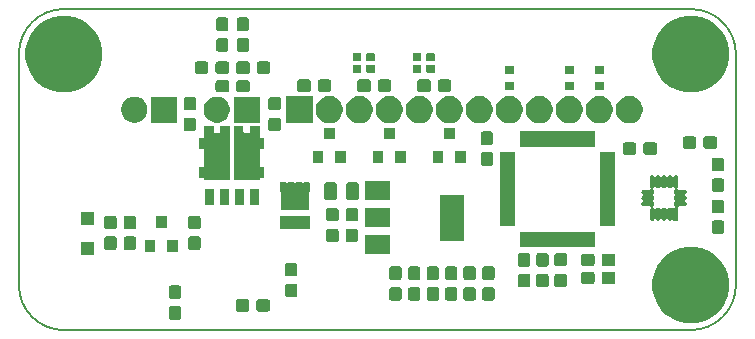
<source format=gbr>
G04 #@! TF.GenerationSoftware,KiCad,Pcbnew,5.0.2+dfsg1-1*
G04 #@! TF.CreationDate,2021-06-07T16:10:35-04:00*
G04 #@! TF.ProjectId,KyberBoard,4b796265-7242-46f6-9172-642e6b696361,rev?*
G04 #@! TF.SameCoordinates,Original*
G04 #@! TF.FileFunction,Soldermask,Bot*
G04 #@! TF.FilePolarity,Negative*
%FSLAX46Y46*%
G04 Gerber Fmt 4.6, Leading zero omitted, Abs format (unit mm)*
G04 Created by KiCad (PCBNEW 5.0.2+dfsg1-1) date Mon 07 Jun 2021 04:10:35 PM EDT*
%MOMM*%
%LPD*%
G01*
G04 APERTURE LIST*
%ADD10C,0.150000*%
G04 APERTURE END LIST*
D10*
X116332000Y-67056000D02*
G75*
G02X120142000Y-63246000I3810000J0D01*
G01*
X120142000Y-90424000D02*
G75*
G02X116332000Y-86614000I0J3810000D01*
G01*
X116332000Y-86614000D02*
X116332000Y-67056000D01*
X173228000Y-90424000D02*
X120142000Y-90424000D01*
X173228000Y-63246000D02*
X120142000Y-63246000D01*
X177038000Y-86614000D02*
X177038000Y-67056000D01*
X177038000Y-86614000D02*
G75*
G02X173228000Y-90424000I-3810000J0D01*
G01*
X173228000Y-63246000D02*
G75*
G02X177038000Y-67056000I0J-3810000D01*
G01*
G36*
X174175990Y-83488896D02*
X174175992Y-83488897D01*
X174175993Y-83488897D01*
X174767452Y-83733888D01*
X175299754Y-84089560D01*
X175752440Y-84542246D01*
X176068819Y-85015742D01*
X176108112Y-85074548D01*
X176349373Y-85657001D01*
X176353104Y-85666010D01*
X176478000Y-86293903D01*
X176478000Y-86934097D01*
X176353104Y-87561990D01*
X176353103Y-87561993D01*
X176216094Y-87892761D01*
X176108112Y-88153452D01*
X175752440Y-88685754D01*
X175299754Y-89138440D01*
X174840516Y-89445292D01*
X174767452Y-89494112D01*
X174175993Y-89739103D01*
X174175992Y-89739103D01*
X174175990Y-89739104D01*
X173548097Y-89864000D01*
X172907903Y-89864000D01*
X172280010Y-89739104D01*
X172280008Y-89739103D01*
X172280007Y-89739103D01*
X171688548Y-89494112D01*
X171615484Y-89445292D01*
X171156246Y-89138440D01*
X170703560Y-88685754D01*
X170347888Y-88153452D01*
X170239906Y-87892761D01*
X170102897Y-87561993D01*
X170102896Y-87561990D01*
X169978000Y-86934097D01*
X169978000Y-86293903D01*
X170102896Y-85666010D01*
X170106628Y-85657001D01*
X170347888Y-85074548D01*
X170387181Y-85015742D01*
X170703560Y-84542246D01*
X171156246Y-84089560D01*
X171688548Y-83733888D01*
X172280007Y-83488897D01*
X172280008Y-83488897D01*
X172280010Y-83488896D01*
X172907903Y-83364000D01*
X173548097Y-83364000D01*
X174175990Y-83488896D01*
X174175990Y-83488896D01*
G37*
G36*
X129893861Y-88394557D02*
X129933635Y-88406623D01*
X129970292Y-88426216D01*
X130002418Y-88452582D01*
X130028784Y-88484708D01*
X130048377Y-88521365D01*
X130060443Y-88561139D01*
X130065000Y-88607408D01*
X130065000Y-89322592D01*
X130060443Y-89368861D01*
X130048377Y-89408635D01*
X130028784Y-89445292D01*
X130002418Y-89477418D01*
X129970292Y-89503784D01*
X129933635Y-89523377D01*
X129893861Y-89535443D01*
X129847592Y-89540000D01*
X129232408Y-89540000D01*
X129186139Y-89535443D01*
X129146365Y-89523377D01*
X129109708Y-89503784D01*
X129077582Y-89477418D01*
X129051216Y-89445292D01*
X129031623Y-89408635D01*
X129019557Y-89368861D01*
X129015000Y-89322592D01*
X129015000Y-88607408D01*
X129019557Y-88561139D01*
X129031623Y-88521365D01*
X129051216Y-88484708D01*
X129077582Y-88452582D01*
X129109708Y-88426216D01*
X129146365Y-88406623D01*
X129186139Y-88394557D01*
X129232408Y-88390000D01*
X129847592Y-88390000D01*
X129893861Y-88394557D01*
X129893861Y-88394557D01*
G37*
G36*
X137422861Y-87823557D02*
X137462635Y-87835623D01*
X137499292Y-87855216D01*
X137531418Y-87881582D01*
X137557784Y-87913708D01*
X137577377Y-87950365D01*
X137589443Y-87990139D01*
X137594000Y-88036408D01*
X137594000Y-88651592D01*
X137589443Y-88697861D01*
X137577377Y-88737635D01*
X137557784Y-88774292D01*
X137531418Y-88806418D01*
X137499292Y-88832784D01*
X137462635Y-88852377D01*
X137422861Y-88864443D01*
X137376592Y-88869000D01*
X136661408Y-88869000D01*
X136615139Y-88864443D01*
X136575365Y-88852377D01*
X136538708Y-88832784D01*
X136506582Y-88806418D01*
X136480216Y-88774292D01*
X136460623Y-88737635D01*
X136448557Y-88697861D01*
X136444000Y-88651592D01*
X136444000Y-88036408D01*
X136448557Y-87990139D01*
X136460623Y-87950365D01*
X136480216Y-87913708D01*
X136506582Y-87881582D01*
X136538708Y-87855216D01*
X136575365Y-87835623D01*
X136615139Y-87823557D01*
X136661408Y-87819000D01*
X137376592Y-87819000D01*
X137422861Y-87823557D01*
X137422861Y-87823557D01*
G37*
G36*
X135672861Y-87823557D02*
X135712635Y-87835623D01*
X135749292Y-87855216D01*
X135781418Y-87881582D01*
X135807784Y-87913708D01*
X135827377Y-87950365D01*
X135839443Y-87990139D01*
X135844000Y-88036408D01*
X135844000Y-88651592D01*
X135839443Y-88697861D01*
X135827377Y-88737635D01*
X135807784Y-88774292D01*
X135781418Y-88806418D01*
X135749292Y-88832784D01*
X135712635Y-88852377D01*
X135672861Y-88864443D01*
X135626592Y-88869000D01*
X134911408Y-88869000D01*
X134865139Y-88864443D01*
X134825365Y-88852377D01*
X134788708Y-88832784D01*
X134756582Y-88806418D01*
X134730216Y-88774292D01*
X134710623Y-88737635D01*
X134698557Y-88697861D01*
X134694000Y-88651592D01*
X134694000Y-88036408D01*
X134698557Y-87990139D01*
X134710623Y-87950365D01*
X134730216Y-87913708D01*
X134756582Y-87881582D01*
X134788708Y-87855216D01*
X134825365Y-87835623D01*
X134865139Y-87823557D01*
X134911408Y-87819000D01*
X135626592Y-87819000D01*
X135672861Y-87823557D01*
X135672861Y-87823557D01*
G37*
G36*
X150159205Y-86791557D02*
X150198979Y-86803623D01*
X150235636Y-86823216D01*
X150267762Y-86849582D01*
X150294128Y-86881708D01*
X150313721Y-86918365D01*
X150325787Y-86958139D01*
X150330344Y-87004408D01*
X150330344Y-87719592D01*
X150325787Y-87765861D01*
X150313721Y-87805635D01*
X150294128Y-87842292D01*
X150267762Y-87874418D01*
X150235636Y-87900784D01*
X150198979Y-87920377D01*
X150159205Y-87932443D01*
X150112936Y-87937000D01*
X149497752Y-87937000D01*
X149451483Y-87932443D01*
X149411709Y-87920377D01*
X149375052Y-87900784D01*
X149342926Y-87874418D01*
X149316560Y-87842292D01*
X149296967Y-87805635D01*
X149284901Y-87765861D01*
X149280344Y-87719592D01*
X149280344Y-87004408D01*
X149284901Y-86958139D01*
X149296967Y-86918365D01*
X149316560Y-86881708D01*
X149342926Y-86849582D01*
X149375052Y-86823216D01*
X149411709Y-86803623D01*
X149451483Y-86791557D01*
X149497752Y-86787000D01*
X150112936Y-86787000D01*
X150159205Y-86791557D01*
X150159205Y-86791557D01*
G37*
G36*
X151737861Y-86791557D02*
X151777635Y-86803623D01*
X151814292Y-86823216D01*
X151846418Y-86849582D01*
X151872784Y-86881708D01*
X151892377Y-86918365D01*
X151904443Y-86958139D01*
X151909000Y-87004408D01*
X151909000Y-87719592D01*
X151904443Y-87765861D01*
X151892377Y-87805635D01*
X151872784Y-87842292D01*
X151846418Y-87874418D01*
X151814292Y-87900784D01*
X151777635Y-87920377D01*
X151737861Y-87932443D01*
X151691592Y-87937000D01*
X151076408Y-87937000D01*
X151030139Y-87932443D01*
X150990365Y-87920377D01*
X150953708Y-87900784D01*
X150921582Y-87874418D01*
X150895216Y-87842292D01*
X150875623Y-87805635D01*
X150863557Y-87765861D01*
X150859000Y-87719592D01*
X150859000Y-87004408D01*
X150863557Y-86958139D01*
X150875623Y-86918365D01*
X150895216Y-86881708D01*
X150921582Y-86849582D01*
X150953708Y-86823216D01*
X150990365Y-86803623D01*
X151030139Y-86791557D01*
X151076408Y-86787000D01*
X151691592Y-86787000D01*
X151737861Y-86791557D01*
X151737861Y-86791557D01*
G37*
G36*
X153287261Y-86791557D02*
X153327035Y-86803623D01*
X153363692Y-86823216D01*
X153395818Y-86849582D01*
X153422184Y-86881708D01*
X153441777Y-86918365D01*
X153453843Y-86958139D01*
X153458400Y-87004408D01*
X153458400Y-87719592D01*
X153453843Y-87765861D01*
X153441777Y-87805635D01*
X153422184Y-87842292D01*
X153395818Y-87874418D01*
X153363692Y-87900784D01*
X153327035Y-87920377D01*
X153287261Y-87932443D01*
X153240992Y-87937000D01*
X152625808Y-87937000D01*
X152579539Y-87932443D01*
X152539765Y-87920377D01*
X152503108Y-87900784D01*
X152470982Y-87874418D01*
X152444616Y-87842292D01*
X152425023Y-87805635D01*
X152412957Y-87765861D01*
X152408400Y-87719592D01*
X152408400Y-87004408D01*
X152412957Y-86958139D01*
X152425023Y-86918365D01*
X152444616Y-86881708D01*
X152470982Y-86849582D01*
X152503108Y-86823216D01*
X152539765Y-86803623D01*
X152579539Y-86791557D01*
X152625808Y-86787000D01*
X153240992Y-86787000D01*
X153287261Y-86791557D01*
X153287261Y-86791557D01*
G37*
G36*
X148562861Y-86791557D02*
X148602635Y-86803623D01*
X148639292Y-86823216D01*
X148671418Y-86849582D01*
X148697784Y-86881708D01*
X148717377Y-86918365D01*
X148729443Y-86958139D01*
X148734000Y-87004408D01*
X148734000Y-87719592D01*
X148729443Y-87765861D01*
X148717377Y-87805635D01*
X148697784Y-87842292D01*
X148671418Y-87874418D01*
X148639292Y-87900784D01*
X148602635Y-87920377D01*
X148562861Y-87932443D01*
X148516592Y-87937000D01*
X147901408Y-87937000D01*
X147855139Y-87932443D01*
X147815365Y-87920377D01*
X147778708Y-87900784D01*
X147746582Y-87874418D01*
X147720216Y-87842292D01*
X147700623Y-87805635D01*
X147688557Y-87765861D01*
X147684000Y-87719592D01*
X147684000Y-87004408D01*
X147688557Y-86958139D01*
X147700623Y-86918365D01*
X147720216Y-86881708D01*
X147746582Y-86849582D01*
X147778708Y-86823216D01*
X147815365Y-86803623D01*
X147855139Y-86791557D01*
X147901408Y-86787000D01*
X148516592Y-86787000D01*
X148562861Y-86791557D01*
X148562861Y-86791557D01*
G37*
G36*
X156436861Y-86791557D02*
X156476635Y-86803623D01*
X156513292Y-86823216D01*
X156545418Y-86849582D01*
X156571784Y-86881708D01*
X156591377Y-86918365D01*
X156603443Y-86958139D01*
X156608000Y-87004408D01*
X156608000Y-87719592D01*
X156603443Y-87765861D01*
X156591377Y-87805635D01*
X156571784Y-87842292D01*
X156545418Y-87874418D01*
X156513292Y-87900784D01*
X156476635Y-87920377D01*
X156436861Y-87932443D01*
X156390592Y-87937000D01*
X155775408Y-87937000D01*
X155729139Y-87932443D01*
X155689365Y-87920377D01*
X155652708Y-87900784D01*
X155620582Y-87874418D01*
X155594216Y-87842292D01*
X155574623Y-87805635D01*
X155562557Y-87765861D01*
X155558000Y-87719592D01*
X155558000Y-87004408D01*
X155562557Y-86958139D01*
X155574623Y-86918365D01*
X155594216Y-86881708D01*
X155620582Y-86849582D01*
X155652708Y-86823216D01*
X155689365Y-86803623D01*
X155729139Y-86791557D01*
X155775408Y-86787000D01*
X156390592Y-86787000D01*
X156436861Y-86791557D01*
X156436861Y-86791557D01*
G37*
G36*
X154849361Y-86791557D02*
X154889135Y-86803623D01*
X154925792Y-86823216D01*
X154957918Y-86849582D01*
X154984284Y-86881708D01*
X155003877Y-86918365D01*
X155015943Y-86958139D01*
X155020500Y-87004408D01*
X155020500Y-87719592D01*
X155015943Y-87765861D01*
X155003877Y-87805635D01*
X154984284Y-87842292D01*
X154957918Y-87874418D01*
X154925792Y-87900784D01*
X154889135Y-87920377D01*
X154849361Y-87932443D01*
X154803092Y-87937000D01*
X154187908Y-87937000D01*
X154141639Y-87932443D01*
X154101865Y-87920377D01*
X154065208Y-87900784D01*
X154033082Y-87874418D01*
X154006716Y-87842292D01*
X153987123Y-87805635D01*
X153975057Y-87765861D01*
X153970500Y-87719592D01*
X153970500Y-87004408D01*
X153975057Y-86958139D01*
X153987123Y-86918365D01*
X154006716Y-86881708D01*
X154033082Y-86849582D01*
X154065208Y-86823216D01*
X154101865Y-86803623D01*
X154141639Y-86791557D01*
X154187908Y-86787000D01*
X154803092Y-86787000D01*
X154849361Y-86791557D01*
X154849361Y-86791557D01*
G37*
G36*
X129893861Y-86644557D02*
X129933635Y-86656623D01*
X129970292Y-86676216D01*
X130002418Y-86702582D01*
X130028784Y-86734708D01*
X130048377Y-86771365D01*
X130060443Y-86811139D01*
X130065000Y-86857408D01*
X130065000Y-87572592D01*
X130060443Y-87618861D01*
X130048377Y-87658635D01*
X130028784Y-87695292D01*
X130002418Y-87727418D01*
X129970292Y-87753784D01*
X129933635Y-87773377D01*
X129893861Y-87785443D01*
X129847592Y-87790000D01*
X129232408Y-87790000D01*
X129186139Y-87785443D01*
X129146365Y-87773377D01*
X129109708Y-87753784D01*
X129077582Y-87727418D01*
X129051216Y-87695292D01*
X129031623Y-87658635D01*
X129019557Y-87618861D01*
X129015000Y-87572592D01*
X129015000Y-86857408D01*
X129019557Y-86811139D01*
X129031623Y-86771365D01*
X129051216Y-86734708D01*
X129077582Y-86702582D01*
X129109708Y-86676216D01*
X129146365Y-86656623D01*
X129186139Y-86644557D01*
X129232408Y-86640000D01*
X129847592Y-86640000D01*
X129893861Y-86644557D01*
X129893861Y-86644557D01*
G37*
G36*
X139736570Y-86489557D02*
X139776344Y-86501623D01*
X139813001Y-86521216D01*
X139845127Y-86547582D01*
X139871493Y-86579708D01*
X139891086Y-86616365D01*
X139903152Y-86656139D01*
X139907709Y-86702408D01*
X139907709Y-87417592D01*
X139903152Y-87463861D01*
X139891086Y-87503635D01*
X139871493Y-87540292D01*
X139845127Y-87572418D01*
X139813001Y-87598784D01*
X139776344Y-87618377D01*
X139736570Y-87630443D01*
X139690301Y-87635000D01*
X139075117Y-87635000D01*
X139028848Y-87630443D01*
X138989074Y-87618377D01*
X138952417Y-87598784D01*
X138920291Y-87572418D01*
X138893925Y-87540292D01*
X138874332Y-87503635D01*
X138862266Y-87463861D01*
X138857709Y-87417592D01*
X138857709Y-86702408D01*
X138862266Y-86656139D01*
X138874332Y-86616365D01*
X138893925Y-86579708D01*
X138920291Y-86547582D01*
X138952417Y-86521216D01*
X138989074Y-86501623D01*
X139028848Y-86489557D01*
X139075117Y-86485000D01*
X139690301Y-86485000D01*
X139736570Y-86489557D01*
X139736570Y-86489557D01*
G37*
G36*
X159459461Y-85656515D02*
X159499235Y-85668581D01*
X159535892Y-85688174D01*
X159568018Y-85714540D01*
X159594384Y-85746666D01*
X159613977Y-85783323D01*
X159626043Y-85823097D01*
X159630600Y-85869366D01*
X159630600Y-86584550D01*
X159626043Y-86630819D01*
X159613977Y-86670593D01*
X159594384Y-86707250D01*
X159568018Y-86739376D01*
X159535892Y-86765742D01*
X159499235Y-86785335D01*
X159459461Y-86797401D01*
X159413192Y-86801958D01*
X158798008Y-86801958D01*
X158751739Y-86797401D01*
X158711965Y-86785335D01*
X158675308Y-86765742D01*
X158643182Y-86739376D01*
X158616816Y-86707250D01*
X158597223Y-86670593D01*
X158585157Y-86630819D01*
X158580600Y-86584550D01*
X158580600Y-85869366D01*
X158585157Y-85823097D01*
X158597223Y-85783323D01*
X158616816Y-85746666D01*
X158643182Y-85714540D01*
X158675308Y-85688174D01*
X158711965Y-85668581D01*
X158751739Y-85656515D01*
X158798008Y-85651958D01*
X159413192Y-85651958D01*
X159459461Y-85656515D01*
X159459461Y-85656515D01*
G37*
G36*
X161008861Y-85656514D02*
X161048635Y-85668580D01*
X161085292Y-85688173D01*
X161117418Y-85714539D01*
X161143784Y-85746665D01*
X161163377Y-85783322D01*
X161175443Y-85823096D01*
X161180000Y-85869365D01*
X161180000Y-86584549D01*
X161175443Y-86630818D01*
X161163377Y-86670592D01*
X161143784Y-86707249D01*
X161117418Y-86739375D01*
X161085292Y-86765741D01*
X161048635Y-86785334D01*
X161008861Y-86797400D01*
X160962592Y-86801957D01*
X160347408Y-86801957D01*
X160301139Y-86797400D01*
X160261365Y-86785334D01*
X160224708Y-86765741D01*
X160192582Y-86739375D01*
X160166216Y-86707249D01*
X160146623Y-86670592D01*
X160134557Y-86630818D01*
X160130000Y-86584549D01*
X160130000Y-85869365D01*
X160134557Y-85823096D01*
X160146623Y-85783322D01*
X160166216Y-85746665D01*
X160192582Y-85714539D01*
X160224708Y-85688173D01*
X160261365Y-85668580D01*
X160301139Y-85656514D01*
X160347408Y-85651957D01*
X160962592Y-85651957D01*
X161008861Y-85656514D01*
X161008861Y-85656514D01*
G37*
G36*
X162556012Y-85648557D02*
X162595786Y-85660623D01*
X162632443Y-85680216D01*
X162664569Y-85706582D01*
X162690935Y-85738708D01*
X162710528Y-85775365D01*
X162722594Y-85815139D01*
X162727151Y-85861408D01*
X162727151Y-86576592D01*
X162722594Y-86622861D01*
X162710528Y-86662635D01*
X162690935Y-86699292D01*
X162664569Y-86731418D01*
X162632443Y-86757784D01*
X162595786Y-86777377D01*
X162556012Y-86789443D01*
X162509743Y-86794000D01*
X161894559Y-86794000D01*
X161848290Y-86789443D01*
X161808516Y-86777377D01*
X161771859Y-86757784D01*
X161739733Y-86731418D01*
X161713367Y-86699292D01*
X161693774Y-86662635D01*
X161681708Y-86622861D01*
X161677151Y-86576592D01*
X161677151Y-85861408D01*
X161681708Y-85815139D01*
X161693774Y-85775365D01*
X161713367Y-85738708D01*
X161739733Y-85706582D01*
X161771859Y-85680216D01*
X161808516Y-85660623D01*
X161848290Y-85648557D01*
X161894559Y-85644000D01*
X162509743Y-85644000D01*
X162556012Y-85648557D01*
X162556012Y-85648557D01*
G37*
G36*
X164904412Y-85483957D02*
X164944186Y-85496023D01*
X164980843Y-85515616D01*
X165012969Y-85541982D01*
X165039335Y-85574108D01*
X165058928Y-85610765D01*
X165070994Y-85650539D01*
X165075551Y-85696808D01*
X165075551Y-86311992D01*
X165070994Y-86358261D01*
X165058928Y-86398035D01*
X165039335Y-86434692D01*
X165012969Y-86466818D01*
X164980843Y-86493184D01*
X164944186Y-86512777D01*
X164904412Y-86524843D01*
X164858143Y-86529400D01*
X164142959Y-86529400D01*
X164096690Y-86524843D01*
X164056916Y-86512777D01*
X164020259Y-86493184D01*
X163988133Y-86466818D01*
X163961767Y-86434692D01*
X163942174Y-86398035D01*
X163930108Y-86358261D01*
X163925551Y-86311992D01*
X163925551Y-85696808D01*
X163930108Y-85650539D01*
X163942174Y-85610765D01*
X163961767Y-85574108D01*
X163988133Y-85541982D01*
X164020259Y-85515616D01*
X164056916Y-85496023D01*
X164096690Y-85483957D01*
X164142959Y-85479400D01*
X164858143Y-85479400D01*
X164904412Y-85483957D01*
X164904412Y-85483957D01*
G37*
G36*
X166654410Y-85483957D02*
X166694184Y-85496023D01*
X166730841Y-85515616D01*
X166762967Y-85541982D01*
X166789333Y-85574108D01*
X166808926Y-85610765D01*
X166820992Y-85650539D01*
X166825549Y-85696808D01*
X166825549Y-86311992D01*
X166820992Y-86358261D01*
X166808926Y-86398035D01*
X166789333Y-86434692D01*
X166762967Y-86466818D01*
X166730841Y-86493184D01*
X166694184Y-86512777D01*
X166654410Y-86524843D01*
X166608141Y-86529400D01*
X165892957Y-86529400D01*
X165846688Y-86524843D01*
X165806914Y-86512777D01*
X165770257Y-86493184D01*
X165738131Y-86466818D01*
X165711765Y-86434692D01*
X165692172Y-86398035D01*
X165680106Y-86358261D01*
X165675549Y-86311992D01*
X165675549Y-85696808D01*
X165680106Y-85650539D01*
X165692172Y-85610765D01*
X165711765Y-85574108D01*
X165738131Y-85541982D01*
X165770257Y-85515616D01*
X165806914Y-85496023D01*
X165846688Y-85483957D01*
X165892957Y-85479400D01*
X166608141Y-85479400D01*
X166654410Y-85483957D01*
X166654410Y-85483957D01*
G37*
G36*
X148562861Y-85041557D02*
X148602635Y-85053623D01*
X148639292Y-85073216D01*
X148671418Y-85099582D01*
X148697784Y-85131708D01*
X148717377Y-85168365D01*
X148729443Y-85208139D01*
X148734000Y-85254408D01*
X148734000Y-85969592D01*
X148729443Y-86015861D01*
X148717377Y-86055635D01*
X148697784Y-86092292D01*
X148671418Y-86124418D01*
X148639292Y-86150784D01*
X148602635Y-86170377D01*
X148562861Y-86182443D01*
X148516592Y-86187000D01*
X147901408Y-86187000D01*
X147855139Y-86182443D01*
X147815365Y-86170377D01*
X147778708Y-86150784D01*
X147746582Y-86124418D01*
X147720216Y-86092292D01*
X147700623Y-86055635D01*
X147688557Y-86015861D01*
X147684000Y-85969592D01*
X147684000Y-85254408D01*
X147688557Y-85208139D01*
X147700623Y-85168365D01*
X147720216Y-85131708D01*
X147746582Y-85099582D01*
X147778708Y-85073216D01*
X147815365Y-85053623D01*
X147855139Y-85041557D01*
X147901408Y-85037000D01*
X148516592Y-85037000D01*
X148562861Y-85041557D01*
X148562861Y-85041557D01*
G37*
G36*
X150159205Y-85041557D02*
X150198979Y-85053623D01*
X150235636Y-85073216D01*
X150267762Y-85099582D01*
X150294128Y-85131708D01*
X150313721Y-85168365D01*
X150325787Y-85208139D01*
X150330344Y-85254408D01*
X150330344Y-85969592D01*
X150325787Y-86015861D01*
X150313721Y-86055635D01*
X150294128Y-86092292D01*
X150267762Y-86124418D01*
X150235636Y-86150784D01*
X150198979Y-86170377D01*
X150159205Y-86182443D01*
X150112936Y-86187000D01*
X149497752Y-86187000D01*
X149451483Y-86182443D01*
X149411709Y-86170377D01*
X149375052Y-86150784D01*
X149342926Y-86124418D01*
X149316560Y-86092292D01*
X149296967Y-86055635D01*
X149284901Y-86015861D01*
X149280344Y-85969592D01*
X149280344Y-85254408D01*
X149284901Y-85208139D01*
X149296967Y-85168365D01*
X149316560Y-85131708D01*
X149342926Y-85099582D01*
X149375052Y-85073216D01*
X149411709Y-85053623D01*
X149451483Y-85041557D01*
X149497752Y-85037000D01*
X150112936Y-85037000D01*
X150159205Y-85041557D01*
X150159205Y-85041557D01*
G37*
G36*
X156436861Y-85041557D02*
X156476635Y-85053623D01*
X156513292Y-85073216D01*
X156545418Y-85099582D01*
X156571784Y-85131708D01*
X156591377Y-85168365D01*
X156603443Y-85208139D01*
X156608000Y-85254408D01*
X156608000Y-85969592D01*
X156603443Y-86015861D01*
X156591377Y-86055635D01*
X156571784Y-86092292D01*
X156545418Y-86124418D01*
X156513292Y-86150784D01*
X156476635Y-86170377D01*
X156436861Y-86182443D01*
X156390592Y-86187000D01*
X155775408Y-86187000D01*
X155729139Y-86182443D01*
X155689365Y-86170377D01*
X155652708Y-86150784D01*
X155620582Y-86124418D01*
X155594216Y-86092292D01*
X155574623Y-86055635D01*
X155562557Y-86015861D01*
X155558000Y-85969592D01*
X155558000Y-85254408D01*
X155562557Y-85208139D01*
X155574623Y-85168365D01*
X155594216Y-85131708D01*
X155620582Y-85099582D01*
X155652708Y-85073216D01*
X155689365Y-85053623D01*
X155729139Y-85041557D01*
X155775408Y-85037000D01*
X156390592Y-85037000D01*
X156436861Y-85041557D01*
X156436861Y-85041557D01*
G37*
G36*
X154849361Y-85041557D02*
X154889135Y-85053623D01*
X154925792Y-85073216D01*
X154957918Y-85099582D01*
X154984284Y-85131708D01*
X155003877Y-85168365D01*
X155015943Y-85208139D01*
X155020500Y-85254408D01*
X155020500Y-85969592D01*
X155015943Y-86015861D01*
X155003877Y-86055635D01*
X154984284Y-86092292D01*
X154957918Y-86124418D01*
X154925792Y-86150784D01*
X154889135Y-86170377D01*
X154849361Y-86182443D01*
X154803092Y-86187000D01*
X154187908Y-86187000D01*
X154141639Y-86182443D01*
X154101865Y-86170377D01*
X154065208Y-86150784D01*
X154033082Y-86124418D01*
X154006716Y-86092292D01*
X153987123Y-86055635D01*
X153975057Y-86015861D01*
X153970500Y-85969592D01*
X153970500Y-85254408D01*
X153975057Y-85208139D01*
X153987123Y-85168365D01*
X154006716Y-85131708D01*
X154033082Y-85099582D01*
X154065208Y-85073216D01*
X154101865Y-85053623D01*
X154141639Y-85041557D01*
X154187908Y-85037000D01*
X154803092Y-85037000D01*
X154849361Y-85041557D01*
X154849361Y-85041557D01*
G37*
G36*
X153287261Y-85041557D02*
X153327035Y-85053623D01*
X153363692Y-85073216D01*
X153395818Y-85099582D01*
X153422184Y-85131708D01*
X153441777Y-85168365D01*
X153453843Y-85208139D01*
X153458400Y-85254408D01*
X153458400Y-85969592D01*
X153453843Y-86015861D01*
X153441777Y-86055635D01*
X153422184Y-86092292D01*
X153395818Y-86124418D01*
X153363692Y-86150784D01*
X153327035Y-86170377D01*
X153287261Y-86182443D01*
X153240992Y-86187000D01*
X152625808Y-86187000D01*
X152579539Y-86182443D01*
X152539765Y-86170377D01*
X152503108Y-86150784D01*
X152470982Y-86124418D01*
X152444616Y-86092292D01*
X152425023Y-86055635D01*
X152412957Y-86015861D01*
X152408400Y-85969592D01*
X152408400Y-85254408D01*
X152412957Y-85208139D01*
X152425023Y-85168365D01*
X152444616Y-85131708D01*
X152470982Y-85099582D01*
X152503108Y-85073216D01*
X152539765Y-85053623D01*
X152579539Y-85041557D01*
X152625808Y-85037000D01*
X153240992Y-85037000D01*
X153287261Y-85041557D01*
X153287261Y-85041557D01*
G37*
G36*
X151737861Y-85041557D02*
X151777635Y-85053623D01*
X151814292Y-85073216D01*
X151846418Y-85099582D01*
X151872784Y-85131708D01*
X151892377Y-85168365D01*
X151904443Y-85208139D01*
X151909000Y-85254408D01*
X151909000Y-85969592D01*
X151904443Y-86015861D01*
X151892377Y-86055635D01*
X151872784Y-86092292D01*
X151846418Y-86124418D01*
X151814292Y-86150784D01*
X151777635Y-86170377D01*
X151737861Y-86182443D01*
X151691592Y-86187000D01*
X151076408Y-86187000D01*
X151030139Y-86182443D01*
X150990365Y-86170377D01*
X150953708Y-86150784D01*
X150921582Y-86124418D01*
X150895216Y-86092292D01*
X150875623Y-86055635D01*
X150863557Y-86015861D01*
X150859000Y-85969592D01*
X150859000Y-85254408D01*
X150863557Y-85208139D01*
X150875623Y-85168365D01*
X150895216Y-85131708D01*
X150921582Y-85099582D01*
X150953708Y-85073216D01*
X150990365Y-85053623D01*
X151030139Y-85041557D01*
X151076408Y-85037000D01*
X151691592Y-85037000D01*
X151737861Y-85041557D01*
X151737861Y-85041557D01*
G37*
G36*
X139736570Y-84739557D02*
X139776344Y-84751623D01*
X139813001Y-84771216D01*
X139845127Y-84797582D01*
X139871493Y-84829708D01*
X139891086Y-84866365D01*
X139903152Y-84906139D01*
X139907709Y-84952408D01*
X139907709Y-85667592D01*
X139903152Y-85713861D01*
X139891086Y-85753635D01*
X139871493Y-85790292D01*
X139845127Y-85822418D01*
X139813001Y-85848784D01*
X139776344Y-85868377D01*
X139736570Y-85880443D01*
X139690301Y-85885000D01*
X139075117Y-85885000D01*
X139028848Y-85880443D01*
X138989074Y-85868377D01*
X138952417Y-85848784D01*
X138920291Y-85822418D01*
X138893925Y-85790292D01*
X138874332Y-85753635D01*
X138862266Y-85713861D01*
X138857709Y-85667592D01*
X138857709Y-84952408D01*
X138862266Y-84906139D01*
X138874332Y-84866365D01*
X138893925Y-84829708D01*
X138920291Y-84797582D01*
X138952417Y-84771216D01*
X138989074Y-84751623D01*
X139028848Y-84739557D01*
X139075117Y-84735000D01*
X139690301Y-84735000D01*
X139736570Y-84739557D01*
X139736570Y-84739557D01*
G37*
G36*
X159459461Y-83906515D02*
X159499235Y-83918581D01*
X159535892Y-83938174D01*
X159568018Y-83964540D01*
X159594384Y-83996666D01*
X159613977Y-84033323D01*
X159626043Y-84073097D01*
X159630600Y-84119366D01*
X159630600Y-84834550D01*
X159626043Y-84880819D01*
X159613977Y-84920593D01*
X159594384Y-84957250D01*
X159568018Y-84989376D01*
X159535892Y-85015742D01*
X159499235Y-85035335D01*
X159459461Y-85047401D01*
X159413192Y-85051958D01*
X158798008Y-85051958D01*
X158751739Y-85047401D01*
X158711965Y-85035335D01*
X158675308Y-85015742D01*
X158643182Y-84989376D01*
X158616816Y-84957250D01*
X158597223Y-84920593D01*
X158585157Y-84880819D01*
X158580600Y-84834550D01*
X158580600Y-84119366D01*
X158585157Y-84073097D01*
X158597223Y-84033323D01*
X158616816Y-83996666D01*
X158643182Y-83964540D01*
X158675308Y-83938174D01*
X158711965Y-83918581D01*
X158751739Y-83906515D01*
X158798008Y-83901958D01*
X159413192Y-83901958D01*
X159459461Y-83906515D01*
X159459461Y-83906515D01*
G37*
G36*
X161008861Y-83906514D02*
X161048635Y-83918580D01*
X161085292Y-83938173D01*
X161117418Y-83964539D01*
X161143784Y-83996665D01*
X161163377Y-84033322D01*
X161175443Y-84073096D01*
X161180000Y-84119365D01*
X161180000Y-84834549D01*
X161175443Y-84880818D01*
X161163377Y-84920592D01*
X161143784Y-84957249D01*
X161117418Y-84989375D01*
X161085292Y-85015741D01*
X161048635Y-85035334D01*
X161008861Y-85047400D01*
X160962592Y-85051957D01*
X160347408Y-85051957D01*
X160301139Y-85047400D01*
X160261365Y-85035334D01*
X160224708Y-85015741D01*
X160192582Y-84989375D01*
X160166216Y-84957249D01*
X160146623Y-84920592D01*
X160134557Y-84880818D01*
X160130000Y-84834549D01*
X160130000Y-84119365D01*
X160134557Y-84073096D01*
X160146623Y-84033322D01*
X160166216Y-83996665D01*
X160192582Y-83964539D01*
X160224708Y-83938173D01*
X160261365Y-83918580D01*
X160301139Y-83906514D01*
X160347408Y-83901957D01*
X160962592Y-83901957D01*
X161008861Y-83906514D01*
X161008861Y-83906514D01*
G37*
G36*
X162556012Y-83898557D02*
X162595786Y-83910623D01*
X162632443Y-83930216D01*
X162664569Y-83956582D01*
X162690935Y-83988708D01*
X162710528Y-84025365D01*
X162722594Y-84065139D01*
X162727151Y-84111408D01*
X162727151Y-84826592D01*
X162722594Y-84872861D01*
X162710528Y-84912635D01*
X162690935Y-84949292D01*
X162664569Y-84981418D01*
X162632443Y-85007784D01*
X162595786Y-85027377D01*
X162556012Y-85039443D01*
X162509743Y-85044000D01*
X161894559Y-85044000D01*
X161848290Y-85039443D01*
X161808516Y-85027377D01*
X161771859Y-85007784D01*
X161739733Y-84981418D01*
X161713367Y-84949292D01*
X161693774Y-84912635D01*
X161681708Y-84872861D01*
X161677151Y-84826592D01*
X161677151Y-84111408D01*
X161681708Y-84065139D01*
X161693774Y-84025365D01*
X161713367Y-83988708D01*
X161739733Y-83956582D01*
X161771859Y-83930216D01*
X161808516Y-83910623D01*
X161848290Y-83898557D01*
X161894559Y-83894000D01*
X162509743Y-83894000D01*
X162556012Y-83898557D01*
X162556012Y-83898557D01*
G37*
G36*
X164904412Y-83959957D02*
X164944186Y-83972023D01*
X164980843Y-83991616D01*
X165012969Y-84017982D01*
X165039335Y-84050108D01*
X165058928Y-84086765D01*
X165070994Y-84126539D01*
X165075551Y-84172808D01*
X165075551Y-84787992D01*
X165070994Y-84834261D01*
X165058928Y-84874035D01*
X165039335Y-84910692D01*
X165012969Y-84942818D01*
X164980843Y-84969184D01*
X164944186Y-84988777D01*
X164904412Y-85000843D01*
X164858143Y-85005400D01*
X164142959Y-85005400D01*
X164096690Y-85000843D01*
X164056916Y-84988777D01*
X164020259Y-84969184D01*
X163988133Y-84942818D01*
X163961767Y-84910692D01*
X163942174Y-84874035D01*
X163930108Y-84834261D01*
X163925551Y-84787992D01*
X163925551Y-84172808D01*
X163930108Y-84126539D01*
X163942174Y-84086765D01*
X163961767Y-84050108D01*
X163988133Y-84017982D01*
X164020259Y-83991616D01*
X164056916Y-83972023D01*
X164096690Y-83959957D01*
X164142959Y-83955400D01*
X164858143Y-83955400D01*
X164904412Y-83959957D01*
X164904412Y-83959957D01*
G37*
G36*
X166654410Y-83959957D02*
X166694184Y-83972023D01*
X166730841Y-83991616D01*
X166762967Y-84017982D01*
X166789333Y-84050108D01*
X166808926Y-84086765D01*
X166820992Y-84126539D01*
X166825549Y-84172808D01*
X166825549Y-84787992D01*
X166820992Y-84834261D01*
X166808926Y-84874035D01*
X166789333Y-84910692D01*
X166762967Y-84942818D01*
X166730841Y-84969184D01*
X166694184Y-84988777D01*
X166654410Y-85000843D01*
X166608141Y-85005400D01*
X165892957Y-85005400D01*
X165846688Y-85000843D01*
X165806914Y-84988777D01*
X165770257Y-84969184D01*
X165738131Y-84942818D01*
X165711765Y-84910692D01*
X165692172Y-84874035D01*
X165680106Y-84834261D01*
X165675549Y-84787992D01*
X165675549Y-84172808D01*
X165680106Y-84126539D01*
X165692172Y-84086765D01*
X165711765Y-84050108D01*
X165738131Y-84017982D01*
X165770257Y-83991616D01*
X165806914Y-83972023D01*
X165846688Y-83959957D01*
X165892957Y-83955400D01*
X166608141Y-83955400D01*
X166654410Y-83959957D01*
X166654410Y-83959957D01*
G37*
G36*
X122724000Y-84048000D02*
X121624000Y-84048000D01*
X121624000Y-82948000D01*
X122724000Y-82948000D01*
X122724000Y-84048000D01*
X122724000Y-84048000D01*
G37*
G36*
X147760000Y-83999000D02*
X145660000Y-83999000D01*
X145660000Y-82399000D01*
X147760000Y-82399000D01*
X147760000Y-83999000D01*
X147760000Y-83999000D01*
G37*
G36*
X129797000Y-83796000D02*
X128897000Y-83796000D01*
X128897000Y-82796000D01*
X129797000Y-82796000D01*
X129797000Y-83796000D01*
X129797000Y-83796000D01*
G37*
G36*
X127897000Y-83796000D02*
X126997000Y-83796000D01*
X126997000Y-82796000D01*
X127897000Y-82796000D01*
X127897000Y-83796000D01*
X127897000Y-83796000D01*
G37*
G36*
X131544861Y-82497557D02*
X131584635Y-82509623D01*
X131621292Y-82529216D01*
X131653418Y-82555582D01*
X131679784Y-82587708D01*
X131699377Y-82624365D01*
X131711443Y-82664139D01*
X131716000Y-82710408D01*
X131716000Y-83425592D01*
X131711443Y-83471861D01*
X131699377Y-83511635D01*
X131679784Y-83548292D01*
X131653418Y-83580418D01*
X131621292Y-83606784D01*
X131584635Y-83626377D01*
X131544861Y-83638443D01*
X131498592Y-83643000D01*
X130883408Y-83643000D01*
X130837139Y-83638443D01*
X130797365Y-83626377D01*
X130760708Y-83606784D01*
X130728582Y-83580418D01*
X130702216Y-83548292D01*
X130682623Y-83511635D01*
X130670557Y-83471861D01*
X130666000Y-83425592D01*
X130666000Y-82710408D01*
X130670557Y-82664139D01*
X130682623Y-82624365D01*
X130702216Y-82587708D01*
X130728582Y-82555582D01*
X130760708Y-82529216D01*
X130797365Y-82509623D01*
X130837139Y-82497557D01*
X130883408Y-82493000D01*
X131498592Y-82493000D01*
X131544861Y-82497557D01*
X131544861Y-82497557D01*
G37*
G36*
X124432861Y-82497557D02*
X124472635Y-82509623D01*
X124509292Y-82529216D01*
X124541418Y-82555582D01*
X124567784Y-82587708D01*
X124587377Y-82624365D01*
X124599443Y-82664139D01*
X124604000Y-82710408D01*
X124604000Y-83425592D01*
X124599443Y-83471861D01*
X124587377Y-83511635D01*
X124567784Y-83548292D01*
X124541418Y-83580418D01*
X124509292Y-83606784D01*
X124472635Y-83626377D01*
X124432861Y-83638443D01*
X124386592Y-83643000D01*
X123771408Y-83643000D01*
X123725139Y-83638443D01*
X123685365Y-83626377D01*
X123648708Y-83606784D01*
X123616582Y-83580418D01*
X123590216Y-83548292D01*
X123570623Y-83511635D01*
X123558557Y-83471861D01*
X123554000Y-83425592D01*
X123554000Y-82710408D01*
X123558557Y-82664139D01*
X123570623Y-82624365D01*
X123590216Y-82587708D01*
X123616582Y-82555582D01*
X123648708Y-82529216D01*
X123685365Y-82509623D01*
X123725139Y-82497557D01*
X123771408Y-82493000D01*
X124386592Y-82493000D01*
X124432861Y-82497557D01*
X124432861Y-82497557D01*
G37*
G36*
X126083861Y-82497557D02*
X126123635Y-82509623D01*
X126160292Y-82529216D01*
X126192418Y-82555582D01*
X126218784Y-82587708D01*
X126238377Y-82624365D01*
X126250443Y-82664139D01*
X126255000Y-82710408D01*
X126255000Y-83425592D01*
X126250443Y-83471861D01*
X126238377Y-83511635D01*
X126218784Y-83548292D01*
X126192418Y-83580418D01*
X126160292Y-83606784D01*
X126123635Y-83626377D01*
X126083861Y-83638443D01*
X126037592Y-83643000D01*
X125422408Y-83643000D01*
X125376139Y-83638443D01*
X125336365Y-83626377D01*
X125299708Y-83606784D01*
X125267582Y-83580418D01*
X125241216Y-83548292D01*
X125221623Y-83511635D01*
X125209557Y-83471861D01*
X125205000Y-83425592D01*
X125205000Y-82710408D01*
X125209557Y-82664139D01*
X125221623Y-82624365D01*
X125241216Y-82587708D01*
X125267582Y-82555582D01*
X125299708Y-82529216D01*
X125336365Y-82509623D01*
X125376139Y-82497557D01*
X125422408Y-82493000D01*
X126037592Y-82493000D01*
X126083861Y-82497557D01*
X126083861Y-82497557D01*
G37*
G36*
X165079151Y-83394956D02*
X158779151Y-83394956D01*
X158779151Y-82094956D01*
X165079151Y-82094956D01*
X165079151Y-83394956D01*
X165079151Y-83394956D01*
G37*
G36*
X143228861Y-81838557D02*
X143268635Y-81850623D01*
X143305292Y-81870216D01*
X143337418Y-81896582D01*
X143363784Y-81928708D01*
X143383377Y-81965365D01*
X143395443Y-82005139D01*
X143400000Y-82051408D01*
X143400000Y-82766592D01*
X143395443Y-82812861D01*
X143383377Y-82852635D01*
X143363784Y-82889292D01*
X143337418Y-82921418D01*
X143305292Y-82947784D01*
X143268635Y-82967377D01*
X143228861Y-82979443D01*
X143182592Y-82984000D01*
X142567408Y-82984000D01*
X142521139Y-82979443D01*
X142481365Y-82967377D01*
X142444708Y-82947784D01*
X142412582Y-82921418D01*
X142386216Y-82889292D01*
X142366623Y-82852635D01*
X142354557Y-82812861D01*
X142350000Y-82766592D01*
X142350000Y-82051408D01*
X142354557Y-82005139D01*
X142366623Y-81965365D01*
X142386216Y-81928708D01*
X142412582Y-81896582D01*
X142444708Y-81870216D01*
X142481365Y-81850623D01*
X142521139Y-81838557D01*
X142567408Y-81834000D01*
X143182592Y-81834000D01*
X143228861Y-81838557D01*
X143228861Y-81838557D01*
G37*
G36*
X144879861Y-81838557D02*
X144919635Y-81850623D01*
X144956292Y-81870216D01*
X144988418Y-81896582D01*
X145014784Y-81928708D01*
X145034377Y-81965365D01*
X145046443Y-82005139D01*
X145051000Y-82051408D01*
X145051000Y-82766592D01*
X145046443Y-82812861D01*
X145034377Y-82852635D01*
X145014784Y-82889292D01*
X144988418Y-82921418D01*
X144956292Y-82947784D01*
X144919635Y-82967377D01*
X144879861Y-82979443D01*
X144833592Y-82984000D01*
X144218408Y-82984000D01*
X144172139Y-82979443D01*
X144132365Y-82967377D01*
X144095708Y-82947784D01*
X144063582Y-82921418D01*
X144037216Y-82889292D01*
X144017623Y-82852635D01*
X144005557Y-82812861D01*
X144001000Y-82766592D01*
X144001000Y-82051408D01*
X144005557Y-82005139D01*
X144017623Y-81965365D01*
X144037216Y-81928708D01*
X144063582Y-81896582D01*
X144095708Y-81870216D01*
X144132365Y-81850623D01*
X144172139Y-81838557D01*
X144218408Y-81834000D01*
X144833592Y-81834000D01*
X144879861Y-81838557D01*
X144879861Y-81838557D01*
G37*
G36*
X154060000Y-82849000D02*
X151960000Y-82849000D01*
X151960000Y-78949000D01*
X154060000Y-78949000D01*
X154060000Y-82849000D01*
X154060000Y-82849000D01*
G37*
G36*
X175867861Y-81140057D02*
X175907635Y-81152123D01*
X175944292Y-81171716D01*
X175976418Y-81198082D01*
X176002784Y-81230208D01*
X176022377Y-81266865D01*
X176034443Y-81306639D01*
X176039000Y-81352908D01*
X176039000Y-82068092D01*
X176034443Y-82114361D01*
X176022377Y-82154135D01*
X176002784Y-82190792D01*
X175976418Y-82222918D01*
X175944292Y-82249284D01*
X175907635Y-82268877D01*
X175867861Y-82280943D01*
X175821592Y-82285500D01*
X175206408Y-82285500D01*
X175160139Y-82280943D01*
X175120365Y-82268877D01*
X175083708Y-82249284D01*
X175051582Y-82222918D01*
X175025216Y-82190792D01*
X175005623Y-82154135D01*
X174993557Y-82114361D01*
X174989000Y-82068092D01*
X174989000Y-81352908D01*
X174993557Y-81306639D01*
X175005623Y-81266865D01*
X175025216Y-81230208D01*
X175051582Y-81198082D01*
X175083708Y-81171716D01*
X175120365Y-81152123D01*
X175160139Y-81140057D01*
X175206408Y-81135500D01*
X175821592Y-81135500D01*
X175867861Y-81140057D01*
X175867861Y-81140057D01*
G37*
G36*
X126083861Y-80747557D02*
X126123635Y-80759623D01*
X126160292Y-80779216D01*
X126192418Y-80805582D01*
X126218784Y-80837708D01*
X126238377Y-80874365D01*
X126250443Y-80914139D01*
X126255000Y-80960408D01*
X126255000Y-81675592D01*
X126250443Y-81721861D01*
X126238377Y-81761635D01*
X126218784Y-81798292D01*
X126192418Y-81830418D01*
X126160292Y-81856784D01*
X126123635Y-81876377D01*
X126083861Y-81888443D01*
X126037592Y-81893000D01*
X125422408Y-81893000D01*
X125376139Y-81888443D01*
X125336365Y-81876377D01*
X125299708Y-81856784D01*
X125267582Y-81830418D01*
X125241216Y-81798292D01*
X125221623Y-81761635D01*
X125209557Y-81721861D01*
X125205000Y-81675592D01*
X125205000Y-80960408D01*
X125209557Y-80914139D01*
X125221623Y-80874365D01*
X125241216Y-80837708D01*
X125267582Y-80805582D01*
X125299708Y-80779216D01*
X125336365Y-80759623D01*
X125376139Y-80747557D01*
X125422408Y-80743000D01*
X126037592Y-80743000D01*
X126083861Y-80747557D01*
X126083861Y-80747557D01*
G37*
G36*
X124432861Y-80747557D02*
X124472635Y-80759623D01*
X124509292Y-80779216D01*
X124541418Y-80805582D01*
X124567784Y-80837708D01*
X124587377Y-80874365D01*
X124599443Y-80914139D01*
X124604000Y-80960408D01*
X124604000Y-81675592D01*
X124599443Y-81721861D01*
X124587377Y-81761635D01*
X124567784Y-81798292D01*
X124541418Y-81830418D01*
X124509292Y-81856784D01*
X124472635Y-81876377D01*
X124432861Y-81888443D01*
X124386592Y-81893000D01*
X123771408Y-81893000D01*
X123725139Y-81888443D01*
X123685365Y-81876377D01*
X123648708Y-81856784D01*
X123616582Y-81830418D01*
X123590216Y-81798292D01*
X123570623Y-81761635D01*
X123558557Y-81721861D01*
X123554000Y-81675592D01*
X123554000Y-80960408D01*
X123558557Y-80914139D01*
X123570623Y-80874365D01*
X123590216Y-80837708D01*
X123616582Y-80805582D01*
X123648708Y-80779216D01*
X123685365Y-80759623D01*
X123725139Y-80747557D01*
X123771408Y-80743000D01*
X124386592Y-80743000D01*
X124432861Y-80747557D01*
X124432861Y-80747557D01*
G37*
G36*
X131544861Y-80747557D02*
X131584635Y-80759623D01*
X131621292Y-80779216D01*
X131653418Y-80805582D01*
X131679784Y-80837708D01*
X131699377Y-80874365D01*
X131711443Y-80914139D01*
X131716000Y-80960408D01*
X131716000Y-81675592D01*
X131711443Y-81721861D01*
X131699377Y-81761635D01*
X131679784Y-81798292D01*
X131653418Y-81830418D01*
X131621292Y-81856784D01*
X131584635Y-81876377D01*
X131544861Y-81888443D01*
X131498592Y-81893000D01*
X130883408Y-81893000D01*
X130837139Y-81888443D01*
X130797365Y-81876377D01*
X130760708Y-81856784D01*
X130728582Y-81830418D01*
X130702216Y-81798292D01*
X130682623Y-81761635D01*
X130670557Y-81721861D01*
X130666000Y-81675592D01*
X130666000Y-80960408D01*
X130670557Y-80914139D01*
X130682623Y-80874365D01*
X130702216Y-80837708D01*
X130728582Y-80805582D01*
X130760708Y-80779216D01*
X130797365Y-80759623D01*
X130837139Y-80747557D01*
X130883408Y-80743000D01*
X131498592Y-80743000D01*
X131544861Y-80747557D01*
X131544861Y-80747557D01*
G37*
G36*
X140942500Y-81863000D02*
X138457500Y-81863000D01*
X138457500Y-80773000D01*
X140942500Y-80773000D01*
X140942500Y-81863000D01*
X140942500Y-81863000D01*
G37*
G36*
X128847000Y-81796000D02*
X127947000Y-81796000D01*
X127947000Y-80796000D01*
X128847000Y-80796000D01*
X128847000Y-81796000D01*
X128847000Y-81796000D01*
G37*
G36*
X147760000Y-81699000D02*
X145660000Y-81699000D01*
X145660000Y-80099000D01*
X147760000Y-80099000D01*
X147760000Y-81699000D01*
X147760000Y-81699000D01*
G37*
G36*
X166829151Y-81644956D02*
X165529151Y-81644956D01*
X165529151Y-75344956D01*
X166829151Y-75344956D01*
X166829151Y-81644956D01*
X166829151Y-81644956D01*
G37*
G36*
X158329151Y-81644956D02*
X157029151Y-81644956D01*
X157029151Y-75344956D01*
X158329151Y-75344956D01*
X158329151Y-81644956D01*
X158329151Y-81644956D01*
G37*
G36*
X122724000Y-81548000D02*
X121624000Y-81548000D01*
X121624000Y-80448000D01*
X122724000Y-80448000D01*
X122724000Y-81548000D01*
X122724000Y-81548000D01*
G37*
G36*
X144879861Y-80088557D02*
X144919635Y-80100623D01*
X144956292Y-80120216D01*
X144988418Y-80146582D01*
X145014784Y-80178708D01*
X145034377Y-80215365D01*
X145046443Y-80255139D01*
X145051000Y-80301408D01*
X145051000Y-81016592D01*
X145046443Y-81062861D01*
X145034377Y-81102635D01*
X145014784Y-81139292D01*
X144988418Y-81171418D01*
X144956292Y-81197784D01*
X144919635Y-81217377D01*
X144879861Y-81229443D01*
X144833592Y-81234000D01*
X144218408Y-81234000D01*
X144172139Y-81229443D01*
X144132365Y-81217377D01*
X144095708Y-81197784D01*
X144063582Y-81171418D01*
X144037216Y-81139292D01*
X144017623Y-81102635D01*
X144005557Y-81062861D01*
X144001000Y-81016592D01*
X144001000Y-80301408D01*
X144005557Y-80255139D01*
X144017623Y-80215365D01*
X144037216Y-80178708D01*
X144063582Y-80146582D01*
X144095708Y-80120216D01*
X144132365Y-80100623D01*
X144172139Y-80088557D01*
X144218408Y-80084000D01*
X144833592Y-80084000D01*
X144879861Y-80088557D01*
X144879861Y-80088557D01*
G37*
G36*
X143228861Y-80088557D02*
X143268635Y-80100623D01*
X143305292Y-80120216D01*
X143337418Y-80146582D01*
X143363784Y-80178708D01*
X143383377Y-80215365D01*
X143395443Y-80255139D01*
X143400000Y-80301408D01*
X143400000Y-81016592D01*
X143395443Y-81062861D01*
X143383377Y-81102635D01*
X143363784Y-81139292D01*
X143337418Y-81171418D01*
X143305292Y-81197784D01*
X143268635Y-81217377D01*
X143228861Y-81229443D01*
X143182592Y-81234000D01*
X142567408Y-81234000D01*
X142521139Y-81229443D01*
X142481365Y-81217377D01*
X142444708Y-81197784D01*
X142412582Y-81171418D01*
X142386216Y-81139292D01*
X142366623Y-81102635D01*
X142354557Y-81062861D01*
X142350000Y-81016592D01*
X142350000Y-80301408D01*
X142354557Y-80255139D01*
X142366623Y-80215365D01*
X142386216Y-80178708D01*
X142412582Y-80146582D01*
X142444708Y-80120216D01*
X142481365Y-80100623D01*
X142521139Y-80088557D01*
X142567408Y-80084000D01*
X143182592Y-80084000D01*
X143228861Y-80088557D01*
X143228861Y-80088557D01*
G37*
G36*
X169997696Y-77326431D02*
X170035867Y-77338010D01*
X170071048Y-77356814D01*
X170101880Y-77382118D01*
X170101881Y-77382119D01*
X170127187Y-77412953D01*
X170127188Y-77412955D01*
X170130699Y-77417233D01*
X170144561Y-77431095D01*
X170160860Y-77441986D01*
X170178972Y-77449488D01*
X170198198Y-77453312D01*
X170217802Y-77453312D01*
X170237029Y-77449488D01*
X170255140Y-77441986D01*
X170271439Y-77431095D01*
X170285301Y-77417233D01*
X170314119Y-77382118D01*
X170344951Y-77356814D01*
X170380132Y-77338010D01*
X170418305Y-77326430D01*
X170457999Y-77322521D01*
X170458000Y-77322521D01*
X170497696Y-77326431D01*
X170535867Y-77338010D01*
X170571048Y-77356814D01*
X170601880Y-77382118D01*
X170601881Y-77382119D01*
X170627187Y-77412953D01*
X170627188Y-77412955D01*
X170630699Y-77417233D01*
X170644561Y-77431095D01*
X170660860Y-77441986D01*
X170678972Y-77449488D01*
X170698198Y-77453312D01*
X170717802Y-77453312D01*
X170737029Y-77449488D01*
X170755140Y-77441986D01*
X170771439Y-77431095D01*
X170785301Y-77417233D01*
X170814119Y-77382118D01*
X170844951Y-77356814D01*
X170880132Y-77338010D01*
X170918305Y-77326430D01*
X170957999Y-77322521D01*
X170958000Y-77322521D01*
X170997696Y-77326431D01*
X171035867Y-77338010D01*
X171071048Y-77356814D01*
X171101880Y-77382118D01*
X171101881Y-77382119D01*
X171127187Y-77412953D01*
X171127188Y-77412955D01*
X171130699Y-77417233D01*
X171144561Y-77431095D01*
X171160860Y-77441986D01*
X171178972Y-77449488D01*
X171198198Y-77453312D01*
X171217802Y-77453312D01*
X171237029Y-77449488D01*
X171255140Y-77441986D01*
X171271439Y-77431095D01*
X171285301Y-77417233D01*
X171314119Y-77382118D01*
X171344951Y-77356814D01*
X171380132Y-77338010D01*
X171418305Y-77326430D01*
X171457999Y-77322521D01*
X171458000Y-77322521D01*
X171497696Y-77326431D01*
X171535867Y-77338010D01*
X171571048Y-77356814D01*
X171601883Y-77382120D01*
X171630701Y-77417234D01*
X171644563Y-77431096D01*
X171660863Y-77441987D01*
X171678974Y-77449488D01*
X171698201Y-77453313D01*
X171717804Y-77453312D01*
X171737031Y-77449488D01*
X171755142Y-77441985D01*
X171771441Y-77431094D01*
X171785302Y-77417233D01*
X171788813Y-77412955D01*
X171788814Y-77412953D01*
X171798259Y-77401445D01*
X171814120Y-77382118D01*
X171844952Y-77356814D01*
X171880133Y-77338010D01*
X171918304Y-77326431D01*
X171958000Y-77322521D01*
X171958001Y-77322521D01*
X171997695Y-77326430D01*
X172035868Y-77338010D01*
X172071049Y-77356814D01*
X172101882Y-77382118D01*
X172127186Y-77412951D01*
X172145990Y-77448132D01*
X172157570Y-77486305D01*
X172160500Y-77516056D01*
X172160500Y-78231944D01*
X172157570Y-78261695D01*
X172145990Y-78299868D01*
X172127186Y-78335049D01*
X172099202Y-78369146D01*
X172091287Y-78377062D01*
X172080396Y-78393362D01*
X172072894Y-78411474D01*
X172069070Y-78430700D01*
X172069071Y-78450304D01*
X172072896Y-78469530D01*
X172080398Y-78487642D01*
X172091289Y-78503941D01*
X172105151Y-78517802D01*
X172121451Y-78528693D01*
X172139563Y-78536195D01*
X172168589Y-78540500D01*
X172684944Y-78540500D01*
X172714695Y-78543430D01*
X172752868Y-78555010D01*
X172788049Y-78573814D01*
X172818882Y-78599118D01*
X172844186Y-78629951D01*
X172862990Y-78665132D01*
X172874570Y-78703305D01*
X172878480Y-78743000D01*
X172874570Y-78782695D01*
X172862990Y-78820868D01*
X172844186Y-78856049D01*
X172818881Y-78886882D01*
X172783767Y-78915700D01*
X172769905Y-78929562D01*
X172759014Y-78945861D01*
X172751513Y-78963973D01*
X172747688Y-78983199D01*
X172747689Y-79002803D01*
X172751513Y-79022030D01*
X172759015Y-79040141D01*
X172769907Y-79056440D01*
X172783767Y-79070300D01*
X172818881Y-79099118D01*
X172844186Y-79129951D01*
X172862990Y-79165132D01*
X172874570Y-79203305D01*
X172878480Y-79243000D01*
X172874570Y-79282695D01*
X172862990Y-79320868D01*
X172844186Y-79356049D01*
X172818881Y-79386882D01*
X172783767Y-79415700D01*
X172769905Y-79429562D01*
X172759014Y-79445861D01*
X172751513Y-79463973D01*
X172747688Y-79483199D01*
X172747689Y-79502803D01*
X172751513Y-79522030D01*
X172759015Y-79540141D01*
X172769907Y-79556440D01*
X172783767Y-79570300D01*
X172818881Y-79599118D01*
X172844186Y-79629951D01*
X172862990Y-79665132D01*
X172874570Y-79703305D01*
X172878480Y-79743000D01*
X172874570Y-79782695D01*
X172862990Y-79820868D01*
X172844186Y-79856049D01*
X172818882Y-79886882D01*
X172788049Y-79912186D01*
X172752868Y-79930990D01*
X172714695Y-79942570D01*
X172684944Y-79945500D01*
X172260500Y-79945500D01*
X172240991Y-79947421D01*
X172222232Y-79953112D01*
X172204943Y-79962353D01*
X172189789Y-79974789D01*
X172177353Y-79989943D01*
X172168112Y-80007232D01*
X172162421Y-80025991D01*
X172160500Y-80045500D01*
X172160500Y-81171500D01*
X171751385Y-81171500D01*
X171747888Y-81159974D01*
X171738647Y-81142685D01*
X171726211Y-81127531D01*
X171711057Y-81115095D01*
X171693768Y-81105854D01*
X171675009Y-81100163D01*
X171655500Y-81098242D01*
X171635991Y-81100163D01*
X171617232Y-81105854D01*
X171599943Y-81115095D01*
X171592060Y-81120942D01*
X171571049Y-81138186D01*
X171535868Y-81156990D01*
X171497695Y-81168570D01*
X171458001Y-81172479D01*
X171458000Y-81172479D01*
X171418304Y-81168569D01*
X171380133Y-81156990D01*
X171344954Y-81138187D01*
X171344952Y-81138186D01*
X171314120Y-81112882D01*
X171288814Y-81082046D01*
X171288813Y-81082045D01*
X171285302Y-81077767D01*
X171271440Y-81063905D01*
X171255141Y-81053014D01*
X171237029Y-81045512D01*
X171217803Y-81041688D01*
X171198199Y-81041688D01*
X171178972Y-81045512D01*
X171160861Y-81053014D01*
X171144562Y-81063905D01*
X171130701Y-81077766D01*
X171101882Y-81112881D01*
X171071049Y-81138186D01*
X171035868Y-81156990D01*
X170997695Y-81168570D01*
X170958001Y-81172479D01*
X170958000Y-81172479D01*
X170918304Y-81168569D01*
X170880133Y-81156990D01*
X170844954Y-81138187D01*
X170844952Y-81138186D01*
X170814120Y-81112882D01*
X170788814Y-81082046D01*
X170788813Y-81082045D01*
X170785302Y-81077767D01*
X170771440Y-81063905D01*
X170755141Y-81053014D01*
X170737029Y-81045512D01*
X170717803Y-81041688D01*
X170698199Y-81041688D01*
X170678972Y-81045512D01*
X170660861Y-81053014D01*
X170644562Y-81063905D01*
X170630701Y-81077766D01*
X170601882Y-81112881D01*
X170571049Y-81138186D01*
X170535868Y-81156990D01*
X170497695Y-81168570D01*
X170458001Y-81172479D01*
X170458000Y-81172479D01*
X170418304Y-81168569D01*
X170380133Y-81156990D01*
X170344954Y-81138187D01*
X170344952Y-81138186D01*
X170314120Y-81112882D01*
X170288814Y-81082046D01*
X170288813Y-81082045D01*
X170285302Y-81077767D01*
X170271440Y-81063905D01*
X170255141Y-81053014D01*
X170237029Y-81045512D01*
X170217803Y-81041688D01*
X170198199Y-81041688D01*
X170178972Y-81045512D01*
X170160861Y-81053014D01*
X170144562Y-81063905D01*
X170130701Y-81077766D01*
X170101883Y-81112880D01*
X170071048Y-81138186D01*
X170071046Y-81138187D01*
X170035867Y-81156990D01*
X169997696Y-81168569D01*
X169958000Y-81172479D01*
X169957999Y-81172479D01*
X169918305Y-81168570D01*
X169880132Y-81156990D01*
X169844951Y-81138186D01*
X169814119Y-81112882D01*
X169788814Y-81082048D01*
X169770010Y-81046867D01*
X169758430Y-81008694D01*
X169755500Y-80978944D01*
X169755501Y-80263056D01*
X169758431Y-80233305D01*
X169770011Y-80195132D01*
X169788815Y-80159951D01*
X169814118Y-80129120D01*
X169821819Y-80122800D01*
X169835680Y-80108938D01*
X169846571Y-80092638D01*
X169854073Y-80074526D01*
X169857897Y-80055299D01*
X169857896Y-80035696D01*
X169854071Y-80016469D01*
X169846569Y-79998358D01*
X169842715Y-79992590D01*
X169993910Y-79992590D01*
X169993911Y-80012193D01*
X169997736Y-80031420D01*
X170005238Y-80049531D01*
X170016130Y-80065830D01*
X170029992Y-80079691D01*
X170046290Y-80090580D01*
X170071047Y-80103813D01*
X170101881Y-80129118D01*
X170113500Y-80143276D01*
X170127187Y-80159953D01*
X170127188Y-80159955D01*
X170130699Y-80164233D01*
X170144561Y-80178095D01*
X170160860Y-80188986D01*
X170178972Y-80196488D01*
X170198198Y-80200312D01*
X170217802Y-80200312D01*
X170237029Y-80196488D01*
X170255140Y-80188986D01*
X170271439Y-80178095D01*
X170285301Y-80164233D01*
X170314119Y-80129118D01*
X170344951Y-80103814D01*
X170380132Y-80085010D01*
X170418305Y-80073430D01*
X170457999Y-80069521D01*
X170458000Y-80069521D01*
X170497696Y-80073431D01*
X170532537Y-80084000D01*
X170535867Y-80085010D01*
X170571048Y-80103814D01*
X170600809Y-80128239D01*
X170601881Y-80129119D01*
X170627187Y-80159953D01*
X170627188Y-80159955D01*
X170630699Y-80164233D01*
X170644561Y-80178095D01*
X170660860Y-80188986D01*
X170678972Y-80196488D01*
X170698198Y-80200312D01*
X170717802Y-80200312D01*
X170737029Y-80196488D01*
X170755140Y-80188986D01*
X170771439Y-80178095D01*
X170785301Y-80164233D01*
X170814119Y-80129118D01*
X170844951Y-80103814D01*
X170880132Y-80085010D01*
X170918305Y-80073430D01*
X170957999Y-80069521D01*
X170958000Y-80069521D01*
X170997696Y-80073431D01*
X171032537Y-80084000D01*
X171035867Y-80085010D01*
X171071048Y-80103814D01*
X171100809Y-80128239D01*
X171101881Y-80129119D01*
X171127187Y-80159953D01*
X171127188Y-80159955D01*
X171130699Y-80164233D01*
X171144561Y-80178095D01*
X171160860Y-80188986D01*
X171178972Y-80196488D01*
X171198198Y-80200312D01*
X171217802Y-80200312D01*
X171237029Y-80196488D01*
X171255140Y-80188986D01*
X171271439Y-80178095D01*
X171285301Y-80164233D01*
X171314119Y-80129118D01*
X171344951Y-80103814D01*
X171380132Y-80085010D01*
X171418305Y-80073430D01*
X171457999Y-80069521D01*
X171458000Y-80069521D01*
X171497696Y-80073431D01*
X171535867Y-80085010D01*
X171571046Y-80103813D01*
X171591033Y-80120216D01*
X171592061Y-80121060D01*
X171608361Y-80131951D01*
X171626472Y-80139452D01*
X171645699Y-80143277D01*
X171665303Y-80143276D01*
X171684529Y-80139452D01*
X171702640Y-80131950D01*
X171718940Y-80121059D01*
X171732802Y-80107197D01*
X171743693Y-80090897D01*
X171751194Y-80072786D01*
X171751533Y-80070500D01*
X171779377Y-80070500D01*
X171798886Y-80068579D01*
X171817645Y-80062888D01*
X171834934Y-80053647D01*
X171850088Y-80041211D01*
X171862524Y-80026057D01*
X171871765Y-80008768D01*
X171877456Y-79990009D01*
X171879377Y-79970500D01*
X171877456Y-79950991D01*
X171871765Y-79932232D01*
X171862524Y-79914943D01*
X171842818Y-79893200D01*
X171835117Y-79886880D01*
X171809814Y-79856049D01*
X171791010Y-79820868D01*
X171779430Y-79782695D01*
X171775520Y-79743000D01*
X171779430Y-79703305D01*
X171791010Y-79665132D01*
X171809814Y-79629951D01*
X171835119Y-79599118D01*
X171870233Y-79570300D01*
X171884095Y-79556438D01*
X171894986Y-79540139D01*
X171902487Y-79522027D01*
X171906312Y-79502801D01*
X171906311Y-79483197D01*
X171902487Y-79463970D01*
X171894985Y-79445859D01*
X171884093Y-79429560D01*
X171870233Y-79415700D01*
X171835119Y-79386882D01*
X171809814Y-79356049D01*
X171791010Y-79320868D01*
X171779430Y-79282695D01*
X171775520Y-79243000D01*
X171779430Y-79203305D01*
X171791010Y-79165132D01*
X171809814Y-79129951D01*
X171835119Y-79099118D01*
X171870233Y-79070300D01*
X171884095Y-79056438D01*
X171894986Y-79040139D01*
X171902487Y-79022027D01*
X171906312Y-79002801D01*
X171906311Y-78983197D01*
X171902487Y-78963970D01*
X171894985Y-78945859D01*
X171884093Y-78929560D01*
X171870233Y-78915700D01*
X171835119Y-78886882D01*
X171809814Y-78856049D01*
X171791010Y-78820868D01*
X171779430Y-78782695D01*
X171775520Y-78743000D01*
X171779430Y-78703305D01*
X171791010Y-78665132D01*
X171809814Y-78629951D01*
X171835118Y-78599118D01*
X171870038Y-78570460D01*
X171877600Y-78565406D01*
X171891460Y-78551542D01*
X171902350Y-78535242D01*
X171909849Y-78517130D01*
X171913672Y-78497902D01*
X171913669Y-78478299D01*
X171909843Y-78459073D01*
X171902339Y-78440962D01*
X171891446Y-78424664D01*
X171877582Y-78410804D01*
X171861291Y-78399920D01*
X171844953Y-78391187D01*
X171814119Y-78365882D01*
X171785301Y-78330767D01*
X171771439Y-78316905D01*
X171755140Y-78306014D01*
X171737028Y-78298512D01*
X171717802Y-78294688D01*
X171698198Y-78294688D01*
X171678971Y-78298512D01*
X171660860Y-78306014D01*
X171644561Y-78316905D01*
X171630699Y-78330767D01*
X171627188Y-78335045D01*
X171627188Y-78335046D01*
X171601881Y-78365882D01*
X171571049Y-78391186D01*
X171535868Y-78409990D01*
X171497695Y-78421570D01*
X171458001Y-78425479D01*
X171458000Y-78425479D01*
X171418304Y-78421569D01*
X171380133Y-78409990D01*
X171344954Y-78391187D01*
X171344952Y-78391186D01*
X171314120Y-78365882D01*
X171288814Y-78335046D01*
X171288813Y-78335045D01*
X171285302Y-78330767D01*
X171271440Y-78316905D01*
X171255141Y-78306014D01*
X171237029Y-78298512D01*
X171217803Y-78294688D01*
X171198199Y-78294688D01*
X171178972Y-78298512D01*
X171160861Y-78306014D01*
X171144562Y-78316905D01*
X171130701Y-78330766D01*
X171101882Y-78365881D01*
X171071049Y-78391186D01*
X171035868Y-78409990D01*
X170997695Y-78421570D01*
X170958001Y-78425479D01*
X170958000Y-78425479D01*
X170918304Y-78421569D01*
X170880133Y-78409990D01*
X170844954Y-78391187D01*
X170844952Y-78391186D01*
X170814120Y-78365882D01*
X170788814Y-78335046D01*
X170788813Y-78335045D01*
X170785302Y-78330767D01*
X170771440Y-78316905D01*
X170755141Y-78306014D01*
X170737029Y-78298512D01*
X170717803Y-78294688D01*
X170698199Y-78294688D01*
X170678972Y-78298512D01*
X170660861Y-78306014D01*
X170644562Y-78316905D01*
X170630701Y-78330766D01*
X170601882Y-78365881D01*
X170571049Y-78391186D01*
X170535868Y-78409990D01*
X170497695Y-78421570D01*
X170458001Y-78425479D01*
X170458000Y-78425479D01*
X170418304Y-78421569D01*
X170380133Y-78409990D01*
X170344954Y-78391187D01*
X170344952Y-78391186D01*
X170314120Y-78365882D01*
X170288814Y-78335046D01*
X170288813Y-78335045D01*
X170285302Y-78330767D01*
X170271440Y-78316905D01*
X170255141Y-78306014D01*
X170237029Y-78298512D01*
X170217803Y-78294688D01*
X170198199Y-78294688D01*
X170178972Y-78298512D01*
X170160861Y-78306014D01*
X170144562Y-78316905D01*
X170130701Y-78330766D01*
X170101882Y-78365881D01*
X170071047Y-78391187D01*
X170054709Y-78399920D01*
X170038409Y-78410811D01*
X170024547Y-78424672D01*
X170013656Y-78440972D01*
X170006154Y-78459083D01*
X170002330Y-78478310D01*
X170002329Y-78497913D01*
X170006154Y-78517140D01*
X170013656Y-78535251D01*
X170024547Y-78551551D01*
X170038408Y-78565413D01*
X170045967Y-78570465D01*
X170080882Y-78599118D01*
X170106186Y-78629951D01*
X170124990Y-78665132D01*
X170136570Y-78703305D01*
X170140480Y-78743000D01*
X170136570Y-78782695D01*
X170124990Y-78820868D01*
X170106186Y-78856049D01*
X170080881Y-78886882D01*
X170045767Y-78915700D01*
X170031905Y-78929562D01*
X170021014Y-78945861D01*
X170013513Y-78963973D01*
X170009688Y-78983199D01*
X170009689Y-79002803D01*
X170013513Y-79022030D01*
X170021015Y-79040141D01*
X170031907Y-79056440D01*
X170045767Y-79070300D01*
X170080881Y-79099118D01*
X170106186Y-79129951D01*
X170124990Y-79165132D01*
X170136570Y-79203305D01*
X170140480Y-79243000D01*
X170136570Y-79282695D01*
X170124990Y-79320868D01*
X170106186Y-79356049D01*
X170080881Y-79386882D01*
X170045767Y-79415700D01*
X170031905Y-79429562D01*
X170021014Y-79445861D01*
X170013513Y-79463973D01*
X170009688Y-79483199D01*
X170009689Y-79502803D01*
X170013513Y-79522030D01*
X170021015Y-79540141D01*
X170031907Y-79556440D01*
X170045767Y-79570300D01*
X170080881Y-79599118D01*
X170106186Y-79629951D01*
X170124990Y-79665132D01*
X170136570Y-79703305D01*
X170140480Y-79743000D01*
X170136570Y-79782695D01*
X170124990Y-79820868D01*
X170106186Y-79856049D01*
X170080882Y-79886882D01*
X170055122Y-79908022D01*
X170050047Y-79912187D01*
X170046286Y-79914197D01*
X170029987Y-79925089D01*
X170016126Y-79938951D01*
X170005235Y-79955251D01*
X169997734Y-79973363D01*
X169993910Y-79992590D01*
X169842715Y-79992590D01*
X169835678Y-79982059D01*
X169821816Y-79968198D01*
X169805516Y-79957307D01*
X169787404Y-79949805D01*
X169758378Y-79945500D01*
X169231056Y-79945500D01*
X169201305Y-79942570D01*
X169163132Y-79930990D01*
X169127951Y-79912186D01*
X169097118Y-79886882D01*
X169071814Y-79856049D01*
X169053010Y-79820868D01*
X169041430Y-79782695D01*
X169037520Y-79743000D01*
X169041430Y-79703305D01*
X169053010Y-79665132D01*
X169071814Y-79629951D01*
X169097119Y-79599118D01*
X169132233Y-79570300D01*
X169146095Y-79556438D01*
X169156986Y-79540139D01*
X169164487Y-79522027D01*
X169168312Y-79502801D01*
X169168311Y-79483197D01*
X169164487Y-79463970D01*
X169156985Y-79445859D01*
X169146093Y-79429560D01*
X169132233Y-79415700D01*
X169097119Y-79386882D01*
X169071814Y-79356049D01*
X169053010Y-79320868D01*
X169041430Y-79282695D01*
X169037520Y-79243000D01*
X169041430Y-79203305D01*
X169053010Y-79165132D01*
X169071814Y-79129951D01*
X169097119Y-79099118D01*
X169132233Y-79070300D01*
X169146095Y-79056438D01*
X169156986Y-79040139D01*
X169164487Y-79022027D01*
X169168312Y-79002801D01*
X169168311Y-78983197D01*
X169164487Y-78963970D01*
X169156985Y-78945859D01*
X169146093Y-78929560D01*
X169132233Y-78915700D01*
X169097119Y-78886882D01*
X169071814Y-78856049D01*
X169053010Y-78820868D01*
X169041430Y-78782695D01*
X169037520Y-78743000D01*
X169041430Y-78703305D01*
X169053010Y-78665132D01*
X169071814Y-78629951D01*
X169097118Y-78599118D01*
X169127951Y-78573814D01*
X169163132Y-78555010D01*
X169201305Y-78543430D01*
X169231056Y-78540500D01*
X169747412Y-78540500D01*
X169766921Y-78538579D01*
X169785680Y-78532888D01*
X169802969Y-78523647D01*
X169818123Y-78511211D01*
X169830559Y-78496057D01*
X169839800Y-78478768D01*
X169845491Y-78460009D01*
X169847412Y-78440500D01*
X169845491Y-78420991D01*
X169839800Y-78402232D01*
X169830559Y-78384943D01*
X169820261Y-78373581D01*
X169820367Y-78373494D01*
X169788815Y-78335049D01*
X169770011Y-78299868D01*
X169758431Y-78261695D01*
X169755501Y-78231944D01*
X169755500Y-77516056D01*
X169758430Y-77486306D01*
X169770010Y-77448133D01*
X169788814Y-77412952D01*
X169814119Y-77382118D01*
X169844951Y-77356814D01*
X169880132Y-77338010D01*
X169918305Y-77326430D01*
X169957999Y-77322521D01*
X169958000Y-77322521D01*
X169997696Y-77326431D01*
X169997696Y-77326431D01*
G37*
G36*
X175867861Y-79390057D02*
X175907635Y-79402123D01*
X175944292Y-79421716D01*
X175976418Y-79448082D01*
X176002784Y-79480208D01*
X176022377Y-79516865D01*
X176034443Y-79556639D01*
X176039000Y-79602908D01*
X176039000Y-80318092D01*
X176034443Y-80364361D01*
X176022377Y-80404135D01*
X176002784Y-80440792D01*
X175976418Y-80472918D01*
X175944292Y-80499284D01*
X175907635Y-80518877D01*
X175867861Y-80530943D01*
X175821592Y-80535500D01*
X175206408Y-80535500D01*
X175160139Y-80530943D01*
X175120365Y-80518877D01*
X175083708Y-80499284D01*
X175051582Y-80472918D01*
X175025216Y-80440792D01*
X175005623Y-80404135D01*
X174993557Y-80364361D01*
X174989000Y-80318092D01*
X174989000Y-79602908D01*
X174993557Y-79556639D01*
X175005623Y-79516865D01*
X175025216Y-79480208D01*
X175051582Y-79448082D01*
X175083708Y-79421716D01*
X175120365Y-79402123D01*
X175160139Y-79390057D01*
X175206408Y-79385500D01*
X175821592Y-79385500D01*
X175867861Y-79390057D01*
X175867861Y-79390057D01*
G37*
G36*
X138912497Y-77902758D02*
X138912500Y-77902758D01*
X138922302Y-77903723D01*
X138931727Y-77906582D01*
X138940413Y-77911225D01*
X138948026Y-77917474D01*
X138954275Y-77925087D01*
X138954276Y-77925089D01*
X138957597Y-77929136D01*
X138962699Y-77936771D01*
X138976561Y-77950633D01*
X138992860Y-77961524D01*
X139010972Y-77969026D01*
X139030198Y-77972850D01*
X139049802Y-77972850D01*
X139069029Y-77969026D01*
X139087140Y-77961524D01*
X139103439Y-77950633D01*
X139117301Y-77936771D01*
X139122403Y-77929136D01*
X139125724Y-77925089D01*
X139125725Y-77925087D01*
X139131974Y-77917474D01*
X139139587Y-77911225D01*
X139148273Y-77906582D01*
X139157698Y-77903723D01*
X139167500Y-77902758D01*
X139167503Y-77902758D01*
X139172417Y-77902274D01*
X139567583Y-77902274D01*
X139572497Y-77902758D01*
X139572500Y-77902758D01*
X139582302Y-77903723D01*
X139591727Y-77906582D01*
X139600413Y-77911225D01*
X139608026Y-77917474D01*
X139614275Y-77925087D01*
X139614276Y-77925089D01*
X139617597Y-77929136D01*
X139622699Y-77936771D01*
X139636561Y-77950633D01*
X139652860Y-77961524D01*
X139670972Y-77969026D01*
X139690198Y-77972850D01*
X139709802Y-77972850D01*
X139729029Y-77969026D01*
X139747140Y-77961524D01*
X139763439Y-77950633D01*
X139777301Y-77936771D01*
X139782403Y-77929136D01*
X139785724Y-77925089D01*
X139785725Y-77925087D01*
X139791974Y-77917474D01*
X139799587Y-77911225D01*
X139808273Y-77906582D01*
X139817698Y-77903723D01*
X139827500Y-77902758D01*
X139827503Y-77902758D01*
X139832417Y-77902274D01*
X140227583Y-77902274D01*
X140232497Y-77902758D01*
X140232500Y-77902758D01*
X140242302Y-77903723D01*
X140251727Y-77906582D01*
X140260413Y-77911225D01*
X140268026Y-77917474D01*
X140274275Y-77925087D01*
X140274276Y-77925089D01*
X140277597Y-77929136D01*
X140282699Y-77936771D01*
X140296561Y-77950633D01*
X140312860Y-77961524D01*
X140330972Y-77969026D01*
X140350198Y-77972850D01*
X140369802Y-77972850D01*
X140389029Y-77969026D01*
X140407140Y-77961524D01*
X140423439Y-77950633D01*
X140437301Y-77936771D01*
X140442403Y-77929136D01*
X140445724Y-77925089D01*
X140445725Y-77925087D01*
X140451974Y-77917474D01*
X140459587Y-77911225D01*
X140468273Y-77906582D01*
X140477698Y-77903723D01*
X140487500Y-77902758D01*
X140487503Y-77902758D01*
X140492417Y-77902274D01*
X140890083Y-77902274D01*
X140894997Y-77902758D01*
X140895000Y-77902758D01*
X140904802Y-77903723D01*
X140914227Y-77906582D01*
X140922913Y-77911225D01*
X140930526Y-77917474D01*
X140936775Y-77925087D01*
X140941418Y-77933773D01*
X140944277Y-77943198D01*
X140944316Y-77943598D01*
X140945726Y-77957917D01*
X140945726Y-78708083D01*
X140945242Y-78712997D01*
X140945242Y-78713000D01*
X140944277Y-78722802D01*
X140941418Y-78732227D01*
X140936775Y-78740913D01*
X140930526Y-78748526D01*
X140922913Y-78754775D01*
X140921084Y-78755753D01*
X140904788Y-78766640D01*
X140890926Y-78780502D01*
X140880035Y-78796801D01*
X140872533Y-78814912D01*
X140868708Y-78834139D01*
X140868226Y-78843943D01*
X140868226Y-80183083D01*
X140867742Y-80187997D01*
X140867742Y-80188000D01*
X140866777Y-80197802D01*
X140863918Y-80207227D01*
X140859275Y-80215913D01*
X140853026Y-80223526D01*
X140845413Y-80229775D01*
X140836727Y-80234418D01*
X140827302Y-80237277D01*
X140817500Y-80238242D01*
X140817497Y-80238242D01*
X140812583Y-80238726D01*
X138587417Y-80238726D01*
X138582503Y-80238242D01*
X138582500Y-80238242D01*
X138572698Y-80237277D01*
X138563273Y-80234418D01*
X138554587Y-80229775D01*
X138546974Y-80223526D01*
X138540725Y-80215913D01*
X138536082Y-80207227D01*
X138533223Y-80197802D01*
X138532258Y-80188000D01*
X138532258Y-80187997D01*
X138531774Y-80183083D01*
X138531774Y-78843943D01*
X138529853Y-78824434D01*
X138524162Y-78805675D01*
X138514921Y-78788386D01*
X138502485Y-78773232D01*
X138487331Y-78760796D01*
X138478920Y-78755755D01*
X138477087Y-78754775D01*
X138469474Y-78748526D01*
X138463225Y-78740913D01*
X138458582Y-78732227D01*
X138455723Y-78722802D01*
X138454758Y-78713000D01*
X138454758Y-78712997D01*
X138454274Y-78708083D01*
X138454274Y-77957917D01*
X138455684Y-77943598D01*
X138455723Y-77943198D01*
X138458582Y-77933773D01*
X138463225Y-77925087D01*
X138469474Y-77917474D01*
X138477087Y-77911225D01*
X138485773Y-77906582D01*
X138495198Y-77903723D01*
X138505000Y-77902758D01*
X138505003Y-77902758D01*
X138509917Y-77902274D01*
X138907583Y-77902274D01*
X138912497Y-77902758D01*
X138912497Y-77902758D01*
G37*
G36*
X132836000Y-79875000D02*
X132086000Y-79875000D01*
X132086000Y-78525000D01*
X132836000Y-78525000D01*
X132836000Y-79875000D01*
X132836000Y-79875000D01*
G37*
G36*
X134106000Y-79875000D02*
X133356000Y-79875000D01*
X133356000Y-78525000D01*
X134106000Y-78525000D01*
X134106000Y-79875000D01*
X134106000Y-79875000D01*
G37*
G36*
X136646000Y-79875000D02*
X135896000Y-79875000D01*
X135896000Y-78525000D01*
X136646000Y-78525000D01*
X136646000Y-79875000D01*
X136646000Y-79875000D01*
G37*
G36*
X135376000Y-79875000D02*
X134626000Y-79875000D01*
X134626000Y-78525000D01*
X135376000Y-78525000D01*
X135376000Y-79875000D01*
X135376000Y-79875000D01*
G37*
G36*
X144950830Y-77931177D02*
X144991776Y-77943598D01*
X145029510Y-77963767D01*
X145062587Y-77990913D01*
X145089733Y-78023990D01*
X145109902Y-78061724D01*
X145122323Y-78102670D01*
X145127000Y-78150158D01*
X145127000Y-79202842D01*
X145122323Y-79250330D01*
X145109902Y-79291276D01*
X145089733Y-79329010D01*
X145062587Y-79362087D01*
X145029510Y-79389233D01*
X144991776Y-79409402D01*
X144950830Y-79421823D01*
X144903342Y-79426500D01*
X144275658Y-79426500D01*
X144228170Y-79421823D01*
X144187224Y-79409402D01*
X144149490Y-79389233D01*
X144116413Y-79362087D01*
X144089267Y-79329010D01*
X144069098Y-79291276D01*
X144056677Y-79250330D01*
X144052000Y-79202842D01*
X144052000Y-78150158D01*
X144056677Y-78102670D01*
X144069098Y-78061724D01*
X144089267Y-78023990D01*
X144116413Y-77990913D01*
X144149490Y-77963767D01*
X144187224Y-77943598D01*
X144228170Y-77931177D01*
X144275658Y-77926500D01*
X144903342Y-77926500D01*
X144950830Y-77931177D01*
X144950830Y-77931177D01*
G37*
G36*
X143075830Y-77931177D02*
X143116776Y-77943598D01*
X143154510Y-77963767D01*
X143187587Y-77990913D01*
X143214733Y-78023990D01*
X143234902Y-78061724D01*
X143247323Y-78102670D01*
X143252000Y-78150158D01*
X143252000Y-79202842D01*
X143247323Y-79250330D01*
X143234902Y-79291276D01*
X143214733Y-79329010D01*
X143187587Y-79362087D01*
X143154510Y-79389233D01*
X143116776Y-79409402D01*
X143075830Y-79421823D01*
X143028342Y-79426500D01*
X142400658Y-79426500D01*
X142353170Y-79421823D01*
X142312224Y-79409402D01*
X142274490Y-79389233D01*
X142241413Y-79362087D01*
X142214267Y-79329010D01*
X142194098Y-79291276D01*
X142181677Y-79250330D01*
X142177000Y-79202842D01*
X142177000Y-78150158D01*
X142181677Y-78102670D01*
X142194098Y-78061724D01*
X142214267Y-78023990D01*
X142241413Y-77990913D01*
X142274490Y-77963767D01*
X142312224Y-77943598D01*
X142353170Y-77931177D01*
X142400658Y-77926500D01*
X143028342Y-77926500D01*
X143075830Y-77931177D01*
X143075830Y-77931177D01*
G37*
G36*
X147760000Y-79399000D02*
X145660000Y-79399000D01*
X145660000Y-77799000D01*
X147760000Y-77799000D01*
X147760000Y-79399000D01*
X147760000Y-79399000D01*
G37*
G36*
X175867861Y-77584057D02*
X175907635Y-77596123D01*
X175944292Y-77615716D01*
X175976418Y-77642082D01*
X176002784Y-77674208D01*
X176022377Y-77710865D01*
X176034443Y-77750639D01*
X176039000Y-77796908D01*
X176039000Y-78512092D01*
X176034443Y-78558361D01*
X176022377Y-78598135D01*
X176002784Y-78634792D01*
X175976418Y-78666918D01*
X175944292Y-78693284D01*
X175907635Y-78712877D01*
X175867861Y-78724943D01*
X175821592Y-78729500D01*
X175206408Y-78729500D01*
X175160139Y-78724943D01*
X175120365Y-78712877D01*
X175083708Y-78693284D01*
X175051582Y-78666918D01*
X175025216Y-78634792D01*
X175005623Y-78598135D01*
X174993557Y-78558361D01*
X174989000Y-78512092D01*
X174989000Y-77796908D01*
X174993557Y-77750639D01*
X175005623Y-77710865D01*
X175025216Y-77674208D01*
X175051582Y-77642082D01*
X175083708Y-77615716D01*
X175120365Y-77596123D01*
X175160139Y-77584057D01*
X175206408Y-77579500D01*
X175821592Y-77579500D01*
X175867861Y-77584057D01*
X175867861Y-77584057D01*
G37*
G36*
X132790997Y-73124758D02*
X132791000Y-73124758D01*
X132800802Y-73125723D01*
X132810227Y-73128582D01*
X132818913Y-73133225D01*
X132826526Y-73139474D01*
X132832775Y-73147087D01*
X132837418Y-73155773D01*
X132840277Y-73165198D01*
X132841242Y-73175000D01*
X132841726Y-73179917D01*
X132841726Y-73624274D01*
X132843647Y-73643783D01*
X132849338Y-73662542D01*
X132858579Y-73679831D01*
X132871015Y-73694985D01*
X132886169Y-73707421D01*
X132903458Y-73716662D01*
X132922217Y-73722353D01*
X132941726Y-73724274D01*
X133290274Y-73724274D01*
X133309783Y-73722353D01*
X133328542Y-73716662D01*
X133345831Y-73707421D01*
X133360985Y-73694985D01*
X133373421Y-73679831D01*
X133382662Y-73662542D01*
X133388353Y-73643783D01*
X133390274Y-73624274D01*
X133390274Y-73179917D01*
X133390758Y-73175000D01*
X133391723Y-73165198D01*
X133394582Y-73155773D01*
X133399225Y-73147087D01*
X133405474Y-73139474D01*
X133413087Y-73133225D01*
X133421773Y-73128582D01*
X133431198Y-73125723D01*
X133441000Y-73124758D01*
X133441003Y-73124758D01*
X133445917Y-73124274D01*
X134161083Y-73124274D01*
X134165997Y-73124758D01*
X134166000Y-73124758D01*
X134175802Y-73125723D01*
X134185227Y-73128582D01*
X134193913Y-73133225D01*
X134201526Y-73139474D01*
X134207775Y-73147087D01*
X134212418Y-73155773D01*
X134215277Y-73165198D01*
X134216242Y-73175000D01*
X134216726Y-73179917D01*
X134216726Y-77670083D01*
X134216242Y-77674997D01*
X134216242Y-77675000D01*
X134215277Y-77684802D01*
X134212418Y-77694227D01*
X134207775Y-77702913D01*
X134201526Y-77710526D01*
X134193913Y-77716775D01*
X134185227Y-77721418D01*
X134175802Y-77724277D01*
X134166000Y-77725242D01*
X134165997Y-77725242D01*
X134161083Y-77725726D01*
X132070917Y-77725726D01*
X132066003Y-77725242D01*
X132066000Y-77725242D01*
X132056198Y-77724277D01*
X132046773Y-77721418D01*
X132038087Y-77716775D01*
X132030474Y-77710526D01*
X132024225Y-77702913D01*
X132019582Y-77694227D01*
X132016723Y-77684802D01*
X132015758Y-77675000D01*
X132015758Y-77674997D01*
X132015274Y-77670083D01*
X132015274Y-77635726D01*
X132013353Y-77616217D01*
X132007662Y-77597458D01*
X131998421Y-77580169D01*
X131985985Y-77565015D01*
X131970831Y-77552579D01*
X131953542Y-77543338D01*
X131934783Y-77537647D01*
X131915274Y-77535726D01*
X131670917Y-77535726D01*
X131666003Y-77535242D01*
X131666000Y-77535242D01*
X131656198Y-77534277D01*
X131646773Y-77531418D01*
X131638087Y-77526775D01*
X131630474Y-77520526D01*
X131624225Y-77512913D01*
X131619582Y-77504227D01*
X131616723Y-77494802D01*
X131615758Y-77485000D01*
X131615758Y-77484997D01*
X131615274Y-77480083D01*
X131615274Y-76689917D01*
X131615758Y-76685000D01*
X131616723Y-76675198D01*
X131619582Y-76665773D01*
X131624225Y-76657087D01*
X131630474Y-76649474D01*
X131638087Y-76643225D01*
X131646773Y-76638582D01*
X131656198Y-76635723D01*
X131666000Y-76634758D01*
X131666003Y-76634758D01*
X131670917Y-76634274D01*
X131915274Y-76634274D01*
X131934783Y-76632353D01*
X131953542Y-76626662D01*
X131970831Y-76617421D01*
X131985985Y-76604985D01*
X131998421Y-76589831D01*
X132007662Y-76572542D01*
X132013353Y-76553783D01*
X132015274Y-76534274D01*
X132015274Y-75185726D01*
X132013353Y-75166217D01*
X132007662Y-75147458D01*
X131998421Y-75130169D01*
X131985985Y-75115015D01*
X131970831Y-75102579D01*
X131953542Y-75093338D01*
X131934783Y-75087647D01*
X131915274Y-75085726D01*
X131670917Y-75085726D01*
X131666003Y-75085242D01*
X131666000Y-75085242D01*
X131656198Y-75084277D01*
X131646773Y-75081418D01*
X131638087Y-75076775D01*
X131630474Y-75070526D01*
X131624225Y-75062913D01*
X131619582Y-75054227D01*
X131616723Y-75044802D01*
X131615758Y-75035000D01*
X131615758Y-75034997D01*
X131615274Y-75030083D01*
X131615274Y-74239917D01*
X131615758Y-74235000D01*
X131616723Y-74225198D01*
X131619582Y-74215773D01*
X131624225Y-74207087D01*
X131630474Y-74199474D01*
X131638087Y-74193225D01*
X131646773Y-74188582D01*
X131656198Y-74185723D01*
X131666000Y-74184758D01*
X131666003Y-74184758D01*
X131670917Y-74184274D01*
X131915274Y-74184274D01*
X131934783Y-74182353D01*
X131953542Y-74176662D01*
X131970831Y-74167421D01*
X131985985Y-74154985D01*
X131998421Y-74139831D01*
X132007662Y-74122542D01*
X132013353Y-74103783D01*
X132015274Y-74084274D01*
X132015274Y-73179917D01*
X132015758Y-73175000D01*
X132016723Y-73165198D01*
X132019582Y-73155773D01*
X132024225Y-73147087D01*
X132030474Y-73139474D01*
X132038087Y-73133225D01*
X132046773Y-73128582D01*
X132056198Y-73125723D01*
X132066000Y-73124758D01*
X132066003Y-73124758D01*
X132070917Y-73124274D01*
X132786083Y-73124274D01*
X132790997Y-73124758D01*
X132790997Y-73124758D01*
G37*
G36*
X135290997Y-73124758D02*
X135291000Y-73124758D01*
X135300802Y-73125723D01*
X135310227Y-73128582D01*
X135318913Y-73133225D01*
X135326526Y-73139474D01*
X135332775Y-73147087D01*
X135337418Y-73155773D01*
X135340277Y-73165198D01*
X135341242Y-73175000D01*
X135341726Y-73179917D01*
X135341726Y-73624274D01*
X135343647Y-73643783D01*
X135349338Y-73662542D01*
X135358579Y-73679831D01*
X135371015Y-73694985D01*
X135386169Y-73707421D01*
X135403458Y-73716662D01*
X135422217Y-73722353D01*
X135441726Y-73724274D01*
X135790274Y-73724274D01*
X135809783Y-73722353D01*
X135828542Y-73716662D01*
X135845831Y-73707421D01*
X135860985Y-73694985D01*
X135873421Y-73679831D01*
X135882662Y-73662542D01*
X135888353Y-73643783D01*
X135890274Y-73624274D01*
X135890274Y-73179917D01*
X135890758Y-73175000D01*
X135891723Y-73165198D01*
X135894582Y-73155773D01*
X135899225Y-73147087D01*
X135905474Y-73139474D01*
X135913087Y-73133225D01*
X135921773Y-73128582D01*
X135931198Y-73125723D01*
X135941000Y-73124758D01*
X135941003Y-73124758D01*
X135945917Y-73124274D01*
X136661083Y-73124274D01*
X136665997Y-73124758D01*
X136666000Y-73124758D01*
X136675802Y-73125723D01*
X136685227Y-73128582D01*
X136693913Y-73133225D01*
X136701526Y-73139474D01*
X136707775Y-73147087D01*
X136712418Y-73155773D01*
X136715277Y-73165198D01*
X136716242Y-73175000D01*
X136716726Y-73179917D01*
X136716726Y-74084274D01*
X136718647Y-74103783D01*
X136724338Y-74122542D01*
X136733579Y-74139831D01*
X136746015Y-74154985D01*
X136761169Y-74167421D01*
X136778458Y-74176662D01*
X136797217Y-74182353D01*
X136816726Y-74184274D01*
X137061083Y-74184274D01*
X137065997Y-74184758D01*
X137066000Y-74184758D01*
X137075802Y-74185723D01*
X137085227Y-74188582D01*
X137093913Y-74193225D01*
X137101526Y-74199474D01*
X137107775Y-74207087D01*
X137112418Y-74215773D01*
X137115277Y-74225198D01*
X137116242Y-74235000D01*
X137116726Y-74239917D01*
X137116726Y-75030083D01*
X137116242Y-75034997D01*
X137116242Y-75035000D01*
X137115277Y-75044802D01*
X137112418Y-75054227D01*
X137107775Y-75062913D01*
X137101526Y-75070526D01*
X137093913Y-75076775D01*
X137085227Y-75081418D01*
X137075802Y-75084277D01*
X137066000Y-75085242D01*
X137065997Y-75085242D01*
X137061083Y-75085726D01*
X136816726Y-75085726D01*
X136797217Y-75087647D01*
X136778458Y-75093338D01*
X136761169Y-75102579D01*
X136746015Y-75115015D01*
X136733579Y-75130169D01*
X136724338Y-75147458D01*
X136718647Y-75166217D01*
X136716726Y-75185726D01*
X136716726Y-76534274D01*
X136718647Y-76553783D01*
X136724338Y-76572542D01*
X136733579Y-76589831D01*
X136746015Y-76604985D01*
X136761169Y-76617421D01*
X136778458Y-76626662D01*
X136797217Y-76632353D01*
X136816726Y-76634274D01*
X137061083Y-76634274D01*
X137065997Y-76634758D01*
X137066000Y-76634758D01*
X137075802Y-76635723D01*
X137085227Y-76638582D01*
X137093913Y-76643225D01*
X137101526Y-76649474D01*
X137107775Y-76657087D01*
X137112418Y-76665773D01*
X137115277Y-76675198D01*
X137116242Y-76685000D01*
X137116726Y-76689917D01*
X137116726Y-77480083D01*
X137116242Y-77484997D01*
X137116242Y-77485000D01*
X137115277Y-77494802D01*
X137112418Y-77504227D01*
X137107775Y-77512913D01*
X137101526Y-77520526D01*
X137093913Y-77526775D01*
X137085227Y-77531418D01*
X137075802Y-77534277D01*
X137066000Y-77535242D01*
X137065997Y-77535242D01*
X137061083Y-77535726D01*
X136816726Y-77535726D01*
X136797217Y-77537647D01*
X136778458Y-77543338D01*
X136761169Y-77552579D01*
X136746015Y-77565015D01*
X136733579Y-77580169D01*
X136724338Y-77597458D01*
X136718647Y-77616217D01*
X136716726Y-77635726D01*
X136716726Y-77670083D01*
X136716242Y-77674997D01*
X136716242Y-77675000D01*
X136715277Y-77684802D01*
X136712418Y-77694227D01*
X136707775Y-77702913D01*
X136701526Y-77710526D01*
X136693913Y-77716775D01*
X136685227Y-77721418D01*
X136675802Y-77724277D01*
X136666000Y-77725242D01*
X136665997Y-77725242D01*
X136661083Y-77725726D01*
X134570917Y-77725726D01*
X134566003Y-77725242D01*
X134566000Y-77725242D01*
X134556198Y-77724277D01*
X134546773Y-77721418D01*
X134538087Y-77716775D01*
X134530474Y-77710526D01*
X134524225Y-77702913D01*
X134519582Y-77694227D01*
X134516723Y-77684802D01*
X134515758Y-77675000D01*
X134515758Y-77674997D01*
X134515274Y-77670083D01*
X134515274Y-73179917D01*
X134515758Y-73175000D01*
X134516723Y-73165198D01*
X134519582Y-73155773D01*
X134524225Y-73147087D01*
X134530474Y-73139474D01*
X134538087Y-73133225D01*
X134546773Y-73128582D01*
X134556198Y-73125723D01*
X134566000Y-73124758D01*
X134566003Y-73124758D01*
X134570917Y-73124274D01*
X135286083Y-73124274D01*
X135290997Y-73124758D01*
X135290997Y-73124758D01*
G37*
G36*
X175867861Y-75834057D02*
X175907635Y-75846123D01*
X175944292Y-75865716D01*
X175976418Y-75892082D01*
X176002784Y-75924208D01*
X176022377Y-75960865D01*
X176034443Y-76000639D01*
X176039000Y-76046908D01*
X176039000Y-76762092D01*
X176034443Y-76808361D01*
X176022377Y-76848135D01*
X176002784Y-76884792D01*
X175976418Y-76916918D01*
X175944292Y-76943284D01*
X175907635Y-76962877D01*
X175867861Y-76974943D01*
X175821592Y-76979500D01*
X175206408Y-76979500D01*
X175160139Y-76974943D01*
X175120365Y-76962877D01*
X175083708Y-76943284D01*
X175051582Y-76916918D01*
X175025216Y-76884792D01*
X175005623Y-76848135D01*
X174993557Y-76808361D01*
X174989000Y-76762092D01*
X174989000Y-76046908D01*
X174993557Y-76000639D01*
X175005623Y-75960865D01*
X175025216Y-75924208D01*
X175051582Y-75892082D01*
X175083708Y-75865716D01*
X175120365Y-75846123D01*
X175160139Y-75834057D01*
X175206408Y-75829500D01*
X175821592Y-75829500D01*
X175867861Y-75834057D01*
X175867861Y-75834057D01*
G37*
G36*
X156309861Y-75361556D02*
X156349635Y-75373622D01*
X156386292Y-75393215D01*
X156418418Y-75419581D01*
X156444784Y-75451707D01*
X156464377Y-75488364D01*
X156476443Y-75528138D01*
X156481000Y-75574407D01*
X156481000Y-76289591D01*
X156476443Y-76335860D01*
X156464377Y-76375634D01*
X156444784Y-76412291D01*
X156418418Y-76444417D01*
X156386292Y-76470783D01*
X156349635Y-76490376D01*
X156309861Y-76502442D01*
X156263592Y-76506999D01*
X155648408Y-76506999D01*
X155602139Y-76502442D01*
X155562365Y-76490376D01*
X155525708Y-76470783D01*
X155493582Y-76444417D01*
X155467216Y-76412291D01*
X155447623Y-76375634D01*
X155435557Y-76335860D01*
X155431000Y-76289591D01*
X155431000Y-75574407D01*
X155435557Y-75528138D01*
X155447623Y-75488364D01*
X155467216Y-75451707D01*
X155493582Y-75419581D01*
X155525708Y-75393215D01*
X155562365Y-75373622D01*
X155602139Y-75361556D01*
X155648408Y-75356999D01*
X156263592Y-75356999D01*
X156309861Y-75361556D01*
X156309861Y-75361556D01*
G37*
G36*
X142121000Y-76287000D02*
X141221000Y-76287000D01*
X141221000Y-75287000D01*
X142121000Y-75287000D01*
X142121000Y-76287000D01*
X142121000Y-76287000D01*
G37*
G36*
X154181000Y-76287000D02*
X153281000Y-76287000D01*
X153281000Y-75287000D01*
X154181000Y-75287000D01*
X154181000Y-76287000D01*
X154181000Y-76287000D01*
G37*
G36*
X152281000Y-76287000D02*
X151381000Y-76287000D01*
X151381000Y-75287000D01*
X152281000Y-75287000D01*
X152281000Y-76287000D01*
X152281000Y-76287000D01*
G37*
G36*
X149101000Y-76287000D02*
X148201000Y-76287000D01*
X148201000Y-75287000D01*
X149101000Y-75287000D01*
X149101000Y-76287000D01*
X149101000Y-76287000D01*
G37*
G36*
X144021000Y-76287000D02*
X143121000Y-76287000D01*
X143121000Y-75287000D01*
X144021000Y-75287000D01*
X144021000Y-76287000D01*
X144021000Y-76287000D01*
G37*
G36*
X147201000Y-76287000D02*
X146301000Y-76287000D01*
X146301000Y-75287000D01*
X147201000Y-75287000D01*
X147201000Y-76287000D01*
X147201000Y-76287000D01*
G37*
G36*
X170188860Y-74536557D02*
X170228634Y-74548623D01*
X170265291Y-74568216D01*
X170297417Y-74594582D01*
X170323783Y-74626708D01*
X170343376Y-74663365D01*
X170355442Y-74703139D01*
X170359999Y-74749408D01*
X170359999Y-75364592D01*
X170355442Y-75410861D01*
X170343376Y-75450635D01*
X170323783Y-75487292D01*
X170297417Y-75519418D01*
X170265291Y-75545784D01*
X170228634Y-75565377D01*
X170188860Y-75577443D01*
X170142591Y-75582000D01*
X169427407Y-75582000D01*
X169381138Y-75577443D01*
X169341364Y-75565377D01*
X169304707Y-75545784D01*
X169272581Y-75519418D01*
X169246215Y-75487292D01*
X169226622Y-75450635D01*
X169214556Y-75410861D01*
X169209999Y-75364592D01*
X169209999Y-74749408D01*
X169214556Y-74703139D01*
X169226622Y-74663365D01*
X169246215Y-74626708D01*
X169272581Y-74594582D01*
X169304707Y-74568216D01*
X169341364Y-74548623D01*
X169381138Y-74536557D01*
X169427407Y-74532000D01*
X170142591Y-74532000D01*
X170188860Y-74536557D01*
X170188860Y-74536557D01*
G37*
G36*
X168438862Y-74536557D02*
X168478636Y-74548623D01*
X168515293Y-74568216D01*
X168547419Y-74594582D01*
X168573785Y-74626708D01*
X168593378Y-74663365D01*
X168605444Y-74703139D01*
X168610001Y-74749408D01*
X168610001Y-75364592D01*
X168605444Y-75410861D01*
X168593378Y-75450635D01*
X168573785Y-75487292D01*
X168547419Y-75519418D01*
X168515293Y-75545784D01*
X168478636Y-75565377D01*
X168438862Y-75577443D01*
X168392593Y-75582000D01*
X167677409Y-75582000D01*
X167631140Y-75577443D01*
X167591366Y-75565377D01*
X167554709Y-75545784D01*
X167522583Y-75519418D01*
X167496217Y-75487292D01*
X167476624Y-75450635D01*
X167464558Y-75410861D01*
X167460001Y-75364592D01*
X167460001Y-74749408D01*
X167464558Y-74703139D01*
X167476624Y-74663365D01*
X167496217Y-74626708D01*
X167522583Y-74594582D01*
X167554709Y-74568216D01*
X167591366Y-74548623D01*
X167631140Y-74536557D01*
X167677409Y-74532000D01*
X168392593Y-74532000D01*
X168438862Y-74536557D01*
X168438862Y-74536557D01*
G37*
G36*
X175268860Y-74028557D02*
X175308634Y-74040623D01*
X175345291Y-74060216D01*
X175377417Y-74086582D01*
X175403783Y-74118708D01*
X175423376Y-74155365D01*
X175435442Y-74195139D01*
X175439999Y-74241408D01*
X175439999Y-74856592D01*
X175435442Y-74902861D01*
X175423376Y-74942635D01*
X175403783Y-74979292D01*
X175377417Y-75011418D01*
X175345291Y-75037784D01*
X175308634Y-75057377D01*
X175268860Y-75069443D01*
X175222591Y-75074000D01*
X174507407Y-75074000D01*
X174461138Y-75069443D01*
X174421364Y-75057377D01*
X174384707Y-75037784D01*
X174352581Y-75011418D01*
X174326215Y-74979292D01*
X174306622Y-74942635D01*
X174294556Y-74902861D01*
X174289999Y-74856592D01*
X174289999Y-74241408D01*
X174294556Y-74195139D01*
X174306622Y-74155365D01*
X174326215Y-74118708D01*
X174352581Y-74086582D01*
X174384707Y-74060216D01*
X174421364Y-74040623D01*
X174461138Y-74028557D01*
X174507407Y-74024000D01*
X175222591Y-74024000D01*
X175268860Y-74028557D01*
X175268860Y-74028557D01*
G37*
G36*
X173518862Y-74028557D02*
X173558636Y-74040623D01*
X173595293Y-74060216D01*
X173627419Y-74086582D01*
X173653785Y-74118708D01*
X173673378Y-74155365D01*
X173685444Y-74195139D01*
X173690001Y-74241408D01*
X173690001Y-74856592D01*
X173685444Y-74902861D01*
X173673378Y-74942635D01*
X173653785Y-74979292D01*
X173627419Y-75011418D01*
X173595293Y-75037784D01*
X173558636Y-75057377D01*
X173518862Y-75069443D01*
X173472593Y-75074000D01*
X172757409Y-75074000D01*
X172711140Y-75069443D01*
X172671366Y-75057377D01*
X172634709Y-75037784D01*
X172602583Y-75011418D01*
X172576217Y-74979292D01*
X172556624Y-74942635D01*
X172544558Y-74902861D01*
X172540001Y-74856592D01*
X172540001Y-74241408D01*
X172544558Y-74195139D01*
X172556624Y-74155365D01*
X172576217Y-74118708D01*
X172602583Y-74086582D01*
X172634709Y-74060216D01*
X172671366Y-74040623D01*
X172711140Y-74028557D01*
X172757409Y-74024000D01*
X173472593Y-74024000D01*
X173518862Y-74028557D01*
X173518862Y-74028557D01*
G37*
G36*
X165079151Y-74894956D02*
X158779151Y-74894956D01*
X158779151Y-73594956D01*
X165079151Y-73594956D01*
X165079151Y-74894956D01*
X165079151Y-74894956D01*
G37*
G36*
X156309861Y-73611558D02*
X156349635Y-73623624D01*
X156386292Y-73643217D01*
X156418418Y-73669583D01*
X156444784Y-73701709D01*
X156464377Y-73738366D01*
X156476443Y-73778140D01*
X156481000Y-73824409D01*
X156481000Y-74539593D01*
X156476443Y-74585862D01*
X156464377Y-74625636D01*
X156444784Y-74662293D01*
X156418418Y-74694419D01*
X156386292Y-74720785D01*
X156349635Y-74740378D01*
X156309861Y-74752444D01*
X156263592Y-74757001D01*
X155648408Y-74757001D01*
X155602139Y-74752444D01*
X155562365Y-74740378D01*
X155525708Y-74720785D01*
X155493582Y-74694419D01*
X155467216Y-74662293D01*
X155447623Y-74625636D01*
X155435557Y-74585862D01*
X155431000Y-74539593D01*
X155431000Y-73824409D01*
X155435557Y-73778140D01*
X155447623Y-73738366D01*
X155467216Y-73701709D01*
X155493582Y-73669583D01*
X155525708Y-73643217D01*
X155562365Y-73623624D01*
X155602139Y-73611558D01*
X155648408Y-73607001D01*
X156263592Y-73607001D01*
X156309861Y-73611558D01*
X156309861Y-73611558D01*
G37*
G36*
X153231000Y-74287000D02*
X152331000Y-74287000D01*
X152331000Y-73287000D01*
X153231000Y-73287000D01*
X153231000Y-74287000D01*
X153231000Y-74287000D01*
G37*
G36*
X143071000Y-74287000D02*
X142171000Y-74287000D01*
X142171000Y-73287000D01*
X143071000Y-73287000D01*
X143071000Y-74287000D01*
X143071000Y-74287000D01*
G37*
G36*
X148151000Y-74287000D02*
X147251000Y-74287000D01*
X147251000Y-73287000D01*
X148151000Y-73287000D01*
X148151000Y-74287000D01*
X148151000Y-74287000D01*
G37*
G36*
X131163861Y-72440557D02*
X131203635Y-72452623D01*
X131240292Y-72472216D01*
X131272418Y-72498582D01*
X131298784Y-72530708D01*
X131318377Y-72567365D01*
X131330443Y-72607139D01*
X131335000Y-72653408D01*
X131335000Y-73368592D01*
X131330443Y-73414861D01*
X131318377Y-73454635D01*
X131298784Y-73491292D01*
X131272418Y-73523418D01*
X131240292Y-73549784D01*
X131203635Y-73569377D01*
X131163861Y-73581443D01*
X131117592Y-73586000D01*
X130502408Y-73586000D01*
X130456139Y-73581443D01*
X130416365Y-73569377D01*
X130379708Y-73549784D01*
X130347582Y-73523418D01*
X130321216Y-73491292D01*
X130301623Y-73454635D01*
X130289557Y-73414861D01*
X130285000Y-73368592D01*
X130285000Y-72653408D01*
X130289557Y-72607139D01*
X130301623Y-72567365D01*
X130321216Y-72530708D01*
X130347582Y-72498582D01*
X130379708Y-72472216D01*
X130416365Y-72452623D01*
X130456139Y-72440557D01*
X130502408Y-72436000D01*
X131117592Y-72436000D01*
X131163861Y-72440557D01*
X131163861Y-72440557D01*
G37*
G36*
X138339361Y-72440557D02*
X138379135Y-72452623D01*
X138415792Y-72472216D01*
X138447918Y-72498582D01*
X138474284Y-72530708D01*
X138493877Y-72567365D01*
X138505943Y-72607139D01*
X138510500Y-72653408D01*
X138510500Y-73368592D01*
X138505943Y-73414861D01*
X138493877Y-73454635D01*
X138474284Y-73491292D01*
X138447918Y-73523418D01*
X138415792Y-73549784D01*
X138379135Y-73569377D01*
X138339361Y-73581443D01*
X138293092Y-73586000D01*
X137677908Y-73586000D01*
X137631639Y-73581443D01*
X137591865Y-73569377D01*
X137555208Y-73549784D01*
X137523082Y-73523418D01*
X137496716Y-73491292D01*
X137477123Y-73454635D01*
X137465057Y-73414861D01*
X137460500Y-73368592D01*
X137460500Y-72653408D01*
X137465057Y-72607139D01*
X137477123Y-72567365D01*
X137496716Y-72530708D01*
X137523082Y-72498582D01*
X137555208Y-72472216D01*
X137591865Y-72452623D01*
X137631639Y-72440557D01*
X137677908Y-72436000D01*
X138293092Y-72436000D01*
X138339361Y-72440557D01*
X138339361Y-72440557D01*
G37*
G36*
X163276443Y-70649194D02*
X163485729Y-70735884D01*
X163674082Y-70861737D01*
X163834263Y-71021918D01*
X163960116Y-71210271D01*
X164046806Y-71419557D01*
X164091000Y-71641735D01*
X164091000Y-71868265D01*
X164046806Y-72090443D01*
X163960116Y-72299729D01*
X163834263Y-72488082D01*
X163674082Y-72648263D01*
X163485729Y-72774116D01*
X163276443Y-72860806D01*
X163054265Y-72905000D01*
X162827735Y-72905000D01*
X162605557Y-72860806D01*
X162396271Y-72774116D01*
X162207918Y-72648263D01*
X162047737Y-72488082D01*
X161921884Y-72299729D01*
X161835194Y-72090443D01*
X161791000Y-71868265D01*
X161791000Y-71641735D01*
X161835194Y-71419557D01*
X161921884Y-71210271D01*
X162047737Y-71021918D01*
X162207918Y-70861737D01*
X162396271Y-70735884D01*
X162605557Y-70649194D01*
X162827735Y-70605000D01*
X163054265Y-70605000D01*
X163276443Y-70649194D01*
X163276443Y-70649194D01*
G37*
G36*
X153116443Y-70649194D02*
X153325729Y-70735884D01*
X153514082Y-70861737D01*
X153674263Y-71021918D01*
X153800116Y-71210271D01*
X153886806Y-71419557D01*
X153931000Y-71641735D01*
X153931000Y-71868265D01*
X153886806Y-72090443D01*
X153800116Y-72299729D01*
X153674263Y-72488082D01*
X153514082Y-72648263D01*
X153325729Y-72774116D01*
X153116443Y-72860806D01*
X152894265Y-72905000D01*
X152667735Y-72905000D01*
X152445557Y-72860806D01*
X152236271Y-72774116D01*
X152047918Y-72648263D01*
X151887737Y-72488082D01*
X151761884Y-72299729D01*
X151675194Y-72090443D01*
X151631000Y-71868265D01*
X151631000Y-71641735D01*
X151675194Y-71419557D01*
X151761884Y-71210271D01*
X151887737Y-71021918D01*
X152047918Y-70861737D01*
X152236271Y-70735884D01*
X152445557Y-70649194D01*
X152667735Y-70605000D01*
X152894265Y-70605000D01*
X153116443Y-70649194D01*
X153116443Y-70649194D01*
G37*
G36*
X155656443Y-70649194D02*
X155865729Y-70735884D01*
X156054082Y-70861737D01*
X156214263Y-71021918D01*
X156340116Y-71210271D01*
X156426806Y-71419557D01*
X156471000Y-71641735D01*
X156471000Y-71868265D01*
X156426806Y-72090443D01*
X156340116Y-72299729D01*
X156214263Y-72488082D01*
X156054082Y-72648263D01*
X155865729Y-72774116D01*
X155656443Y-72860806D01*
X155434265Y-72905000D01*
X155207735Y-72905000D01*
X154985557Y-72860806D01*
X154776271Y-72774116D01*
X154587918Y-72648263D01*
X154427737Y-72488082D01*
X154301884Y-72299729D01*
X154215194Y-72090443D01*
X154171000Y-71868265D01*
X154171000Y-71641735D01*
X154215194Y-71419557D01*
X154301884Y-71210271D01*
X154427737Y-71021918D01*
X154587918Y-70861737D01*
X154776271Y-70735884D01*
X154985557Y-70649194D01*
X155207735Y-70605000D01*
X155434265Y-70605000D01*
X155656443Y-70649194D01*
X155656443Y-70649194D01*
G37*
G36*
X158196443Y-70649194D02*
X158405729Y-70735884D01*
X158594082Y-70861737D01*
X158754263Y-71021918D01*
X158880116Y-71210271D01*
X158966806Y-71419557D01*
X159011000Y-71641735D01*
X159011000Y-71868265D01*
X158966806Y-72090443D01*
X158880116Y-72299729D01*
X158754263Y-72488082D01*
X158594082Y-72648263D01*
X158405729Y-72774116D01*
X158196443Y-72860806D01*
X157974265Y-72905000D01*
X157747735Y-72905000D01*
X157525557Y-72860806D01*
X157316271Y-72774116D01*
X157127918Y-72648263D01*
X156967737Y-72488082D01*
X156841884Y-72299729D01*
X156755194Y-72090443D01*
X156711000Y-71868265D01*
X156711000Y-71641735D01*
X156755194Y-71419557D01*
X156841884Y-71210271D01*
X156967737Y-71021918D01*
X157127918Y-70861737D01*
X157316271Y-70735884D01*
X157525557Y-70649194D01*
X157747735Y-70605000D01*
X157974265Y-70605000D01*
X158196443Y-70649194D01*
X158196443Y-70649194D01*
G37*
G36*
X160736443Y-70649194D02*
X160945729Y-70735884D01*
X161134082Y-70861737D01*
X161294263Y-71021918D01*
X161420116Y-71210271D01*
X161506806Y-71419557D01*
X161551000Y-71641735D01*
X161551000Y-71868265D01*
X161506806Y-72090443D01*
X161420116Y-72299729D01*
X161294263Y-72488082D01*
X161134082Y-72648263D01*
X160945729Y-72774116D01*
X160736443Y-72860806D01*
X160514265Y-72905000D01*
X160287735Y-72905000D01*
X160065557Y-72860806D01*
X159856271Y-72774116D01*
X159667918Y-72648263D01*
X159507737Y-72488082D01*
X159381884Y-72299729D01*
X159295194Y-72090443D01*
X159251000Y-71868265D01*
X159251000Y-71641735D01*
X159295194Y-71419557D01*
X159381884Y-71210271D01*
X159507737Y-71021918D01*
X159667918Y-70861737D01*
X159856271Y-70735884D01*
X160065557Y-70649194D01*
X160287735Y-70605000D01*
X160514265Y-70605000D01*
X160736443Y-70649194D01*
X160736443Y-70649194D01*
G37*
G36*
X145496443Y-70649194D02*
X145705729Y-70735884D01*
X145894082Y-70861737D01*
X146054263Y-71021918D01*
X146180116Y-71210271D01*
X146266806Y-71419557D01*
X146311000Y-71641735D01*
X146311000Y-71868265D01*
X146266806Y-72090443D01*
X146180116Y-72299729D01*
X146054263Y-72488082D01*
X145894082Y-72648263D01*
X145705729Y-72774116D01*
X145496443Y-72860806D01*
X145274265Y-72905000D01*
X145047735Y-72905000D01*
X144825557Y-72860806D01*
X144616271Y-72774116D01*
X144427918Y-72648263D01*
X144267737Y-72488082D01*
X144141884Y-72299729D01*
X144055194Y-72090443D01*
X144011000Y-71868265D01*
X144011000Y-71641735D01*
X144055194Y-71419557D01*
X144141884Y-71210271D01*
X144267737Y-71021918D01*
X144427918Y-70861737D01*
X144616271Y-70735884D01*
X144825557Y-70649194D01*
X145047735Y-70605000D01*
X145274265Y-70605000D01*
X145496443Y-70649194D01*
X145496443Y-70649194D01*
G37*
G36*
X141231000Y-72905000D02*
X138931000Y-72905000D01*
X138931000Y-70605000D01*
X141231000Y-70605000D01*
X141231000Y-72905000D01*
X141231000Y-72905000D01*
G37*
G36*
X165816443Y-70649194D02*
X166025729Y-70735884D01*
X166214082Y-70861737D01*
X166374263Y-71021918D01*
X166500116Y-71210271D01*
X166586806Y-71419557D01*
X166631000Y-71641735D01*
X166631000Y-71868265D01*
X166586806Y-72090443D01*
X166500116Y-72299729D01*
X166374263Y-72488082D01*
X166214082Y-72648263D01*
X166025729Y-72774116D01*
X165816443Y-72860806D01*
X165594265Y-72905000D01*
X165367735Y-72905000D01*
X165145557Y-72860806D01*
X164936271Y-72774116D01*
X164747918Y-72648263D01*
X164587737Y-72488082D01*
X164461884Y-72299729D01*
X164375194Y-72090443D01*
X164331000Y-71868265D01*
X164331000Y-71641735D01*
X164375194Y-71419557D01*
X164461884Y-71210271D01*
X164587737Y-71021918D01*
X164747918Y-70861737D01*
X164936271Y-70735884D01*
X165145557Y-70649194D01*
X165367735Y-70605000D01*
X165594265Y-70605000D01*
X165816443Y-70649194D01*
X165816443Y-70649194D01*
G37*
G36*
X168356443Y-70649194D02*
X168565729Y-70735884D01*
X168754082Y-70861737D01*
X168914263Y-71021918D01*
X169040116Y-71210271D01*
X169126806Y-71419557D01*
X169171000Y-71641735D01*
X169171000Y-71868265D01*
X169126806Y-72090443D01*
X169040116Y-72299729D01*
X168914263Y-72488082D01*
X168754082Y-72648263D01*
X168565729Y-72774116D01*
X168356443Y-72860806D01*
X168134265Y-72905000D01*
X167907735Y-72905000D01*
X167685557Y-72860806D01*
X167476271Y-72774116D01*
X167287918Y-72648263D01*
X167127737Y-72488082D01*
X167001884Y-72299729D01*
X166915194Y-72090443D01*
X166871000Y-71868265D01*
X166871000Y-71641735D01*
X166915194Y-71419557D01*
X167001884Y-71210271D01*
X167127737Y-71021918D01*
X167287918Y-70861737D01*
X167476271Y-70735884D01*
X167685557Y-70649194D01*
X167907735Y-70605000D01*
X168134265Y-70605000D01*
X168356443Y-70649194D01*
X168356443Y-70649194D01*
G37*
G36*
X150576443Y-70649194D02*
X150785729Y-70735884D01*
X150974082Y-70861737D01*
X151134263Y-71021918D01*
X151260116Y-71210271D01*
X151346806Y-71419557D01*
X151391000Y-71641735D01*
X151391000Y-71868265D01*
X151346806Y-72090443D01*
X151260116Y-72299729D01*
X151134263Y-72488082D01*
X150974082Y-72648263D01*
X150785729Y-72774116D01*
X150576443Y-72860806D01*
X150354265Y-72905000D01*
X150127735Y-72905000D01*
X149905557Y-72860806D01*
X149696271Y-72774116D01*
X149507918Y-72648263D01*
X149347737Y-72488082D01*
X149221884Y-72299729D01*
X149135194Y-72090443D01*
X149091000Y-71868265D01*
X149091000Y-71641735D01*
X149135194Y-71419557D01*
X149221884Y-71210271D01*
X149347737Y-71021918D01*
X149507918Y-70861737D01*
X149696271Y-70735884D01*
X149905557Y-70649194D01*
X150127735Y-70605000D01*
X150354265Y-70605000D01*
X150576443Y-70649194D01*
X150576443Y-70649194D01*
G37*
G36*
X148036443Y-70649194D02*
X148245729Y-70735884D01*
X148434082Y-70861737D01*
X148594263Y-71021918D01*
X148720116Y-71210271D01*
X148806806Y-71419557D01*
X148851000Y-71641735D01*
X148851000Y-71868265D01*
X148806806Y-72090443D01*
X148720116Y-72299729D01*
X148594263Y-72488082D01*
X148434082Y-72648263D01*
X148245729Y-72774116D01*
X148036443Y-72860806D01*
X147814265Y-72905000D01*
X147587735Y-72905000D01*
X147365557Y-72860806D01*
X147156271Y-72774116D01*
X146967918Y-72648263D01*
X146807737Y-72488082D01*
X146681884Y-72299729D01*
X146595194Y-72090443D01*
X146551000Y-71868265D01*
X146551000Y-71641735D01*
X146595194Y-71419557D01*
X146681884Y-71210271D01*
X146807737Y-71021918D01*
X146967918Y-70861737D01*
X147156271Y-70735884D01*
X147365557Y-70649194D01*
X147587735Y-70605000D01*
X147814265Y-70605000D01*
X148036443Y-70649194D01*
X148036443Y-70649194D01*
G37*
G36*
X142956443Y-70649194D02*
X143165729Y-70735884D01*
X143354082Y-70861737D01*
X143514263Y-71021918D01*
X143640116Y-71210271D01*
X143726806Y-71419557D01*
X143771000Y-71641735D01*
X143771000Y-71868265D01*
X143726806Y-72090443D01*
X143640116Y-72299729D01*
X143514263Y-72488082D01*
X143354082Y-72648263D01*
X143165729Y-72774116D01*
X142956443Y-72860806D01*
X142734265Y-72905000D01*
X142507735Y-72905000D01*
X142285557Y-72860806D01*
X142076271Y-72774116D01*
X141887918Y-72648263D01*
X141727737Y-72488082D01*
X141601884Y-72299729D01*
X141515194Y-72090443D01*
X141471000Y-71868265D01*
X141471000Y-71641735D01*
X141515194Y-71419557D01*
X141601884Y-71210271D01*
X141727737Y-71021918D01*
X141887918Y-70861737D01*
X142076271Y-70735884D01*
X142285557Y-70649194D01*
X142507735Y-70605000D01*
X142734265Y-70605000D01*
X142956443Y-70649194D01*
X142956443Y-70649194D01*
G37*
G36*
X126431856Y-70697272D02*
X126632045Y-70780193D01*
X126812207Y-70900573D01*
X126965427Y-71053793D01*
X127085807Y-71233955D01*
X127168728Y-71434144D01*
X127211000Y-71646657D01*
X127211000Y-71863343D01*
X127168728Y-72075856D01*
X127085807Y-72276045D01*
X126965427Y-72456207D01*
X126812207Y-72609427D01*
X126632045Y-72729807D01*
X126431856Y-72812728D01*
X126219343Y-72855000D01*
X126002657Y-72855000D01*
X125790144Y-72812728D01*
X125589955Y-72729807D01*
X125409793Y-72609427D01*
X125256573Y-72456207D01*
X125136193Y-72276045D01*
X125053272Y-72075856D01*
X125011000Y-71863343D01*
X125011000Y-71646657D01*
X125053272Y-71434144D01*
X125136193Y-71233955D01*
X125256573Y-71053793D01*
X125409793Y-70900573D01*
X125589955Y-70780193D01*
X125790144Y-70697272D01*
X126002657Y-70655000D01*
X126219343Y-70655000D01*
X126431856Y-70697272D01*
X126431856Y-70697272D01*
G37*
G36*
X129751000Y-72855000D02*
X127551000Y-72855000D01*
X127551000Y-70655000D01*
X129751000Y-70655000D01*
X129751000Y-72855000D01*
X129751000Y-72855000D01*
G37*
G36*
X133416856Y-70697272D02*
X133617045Y-70780193D01*
X133797207Y-70900573D01*
X133950427Y-71053793D01*
X134070807Y-71233955D01*
X134153728Y-71434144D01*
X134196000Y-71646657D01*
X134196000Y-71863343D01*
X134153728Y-72075856D01*
X134070807Y-72276045D01*
X133950427Y-72456207D01*
X133797207Y-72609427D01*
X133617045Y-72729807D01*
X133416856Y-72812728D01*
X133204343Y-72855000D01*
X132987657Y-72855000D01*
X132775144Y-72812728D01*
X132574955Y-72729807D01*
X132394793Y-72609427D01*
X132241573Y-72456207D01*
X132121193Y-72276045D01*
X132038272Y-72075856D01*
X131996000Y-71863343D01*
X131996000Y-71646657D01*
X132038272Y-71434144D01*
X132121193Y-71233955D01*
X132241573Y-71053793D01*
X132394793Y-70900573D01*
X132574955Y-70780193D01*
X132775144Y-70697272D01*
X132987657Y-70655000D01*
X133204343Y-70655000D01*
X133416856Y-70697272D01*
X133416856Y-70697272D01*
G37*
G36*
X136736000Y-72855000D02*
X134536000Y-72855000D01*
X134536000Y-70655000D01*
X136736000Y-70655000D01*
X136736000Y-72855000D01*
X136736000Y-72855000D01*
G37*
G36*
X138339361Y-70690557D02*
X138379135Y-70702623D01*
X138415792Y-70722216D01*
X138447918Y-70748582D01*
X138474284Y-70780708D01*
X138493877Y-70817365D01*
X138505943Y-70857139D01*
X138510500Y-70903408D01*
X138510500Y-71618592D01*
X138505943Y-71664861D01*
X138493877Y-71704635D01*
X138474284Y-71741292D01*
X138447918Y-71773418D01*
X138415792Y-71799784D01*
X138379135Y-71819377D01*
X138339361Y-71831443D01*
X138293092Y-71836000D01*
X137677908Y-71836000D01*
X137631639Y-71831443D01*
X137591865Y-71819377D01*
X137555208Y-71799784D01*
X137523082Y-71773418D01*
X137496716Y-71741292D01*
X137477123Y-71704635D01*
X137465057Y-71664861D01*
X137460500Y-71618592D01*
X137460500Y-70903408D01*
X137465057Y-70857139D01*
X137477123Y-70817365D01*
X137496716Y-70780708D01*
X137523082Y-70748582D01*
X137555208Y-70722216D01*
X137591865Y-70702623D01*
X137631639Y-70690557D01*
X137677908Y-70686000D01*
X138293092Y-70686000D01*
X138339361Y-70690557D01*
X138339361Y-70690557D01*
G37*
G36*
X131163861Y-70690557D02*
X131203635Y-70702623D01*
X131240292Y-70722216D01*
X131272418Y-70748582D01*
X131298784Y-70780708D01*
X131318377Y-70817365D01*
X131330443Y-70857139D01*
X131335000Y-70903408D01*
X131335000Y-71618592D01*
X131330443Y-71664861D01*
X131318377Y-71704635D01*
X131298784Y-71741292D01*
X131272418Y-71773418D01*
X131240292Y-71799784D01*
X131203635Y-71819377D01*
X131163861Y-71831443D01*
X131117592Y-71836000D01*
X130502408Y-71836000D01*
X130456139Y-71831443D01*
X130416365Y-71819377D01*
X130379708Y-71799784D01*
X130347582Y-71773418D01*
X130321216Y-71741292D01*
X130301623Y-71704635D01*
X130289557Y-71664861D01*
X130285000Y-71618592D01*
X130285000Y-70903408D01*
X130289557Y-70857139D01*
X130301623Y-70817365D01*
X130321216Y-70780708D01*
X130347582Y-70748582D01*
X130379708Y-70722216D01*
X130416365Y-70702623D01*
X130456139Y-70690557D01*
X130502408Y-70686000D01*
X131117592Y-70686000D01*
X131163861Y-70690557D01*
X131163861Y-70690557D01*
G37*
G36*
X133958361Y-69266057D02*
X133998135Y-69278123D01*
X134034792Y-69297716D01*
X134066918Y-69324082D01*
X134093284Y-69356208D01*
X134112877Y-69392865D01*
X134124943Y-69432639D01*
X134129500Y-69478908D01*
X134129500Y-70094092D01*
X134124943Y-70140361D01*
X134112877Y-70180135D01*
X134093284Y-70216792D01*
X134066918Y-70248918D01*
X134034792Y-70275284D01*
X133998135Y-70294877D01*
X133958361Y-70306943D01*
X133912092Y-70311500D01*
X133196908Y-70311500D01*
X133150639Y-70306943D01*
X133110865Y-70294877D01*
X133074208Y-70275284D01*
X133042082Y-70248918D01*
X133015716Y-70216792D01*
X132996123Y-70180135D01*
X132984057Y-70140361D01*
X132979500Y-70094092D01*
X132979500Y-69478908D01*
X132984057Y-69432639D01*
X132996123Y-69392865D01*
X133015716Y-69356208D01*
X133042082Y-69324082D01*
X133074208Y-69297716D01*
X133110865Y-69278123D01*
X133150639Y-69266057D01*
X133196908Y-69261500D01*
X133912092Y-69261500D01*
X133958361Y-69266057D01*
X133958361Y-69266057D01*
G37*
G36*
X135708361Y-69266057D02*
X135748135Y-69278123D01*
X135784792Y-69297716D01*
X135816918Y-69324082D01*
X135843284Y-69356208D01*
X135862877Y-69392865D01*
X135874943Y-69432639D01*
X135879500Y-69478908D01*
X135879500Y-70094092D01*
X135874943Y-70140361D01*
X135862877Y-70180135D01*
X135843284Y-70216792D01*
X135816918Y-70248918D01*
X135784792Y-70275284D01*
X135748135Y-70294877D01*
X135708361Y-70306943D01*
X135662092Y-70311500D01*
X134946908Y-70311500D01*
X134900639Y-70306943D01*
X134860865Y-70294877D01*
X134824208Y-70275284D01*
X134792082Y-70248918D01*
X134765716Y-70216792D01*
X134746123Y-70180135D01*
X134734057Y-70140361D01*
X134729500Y-70094092D01*
X134729500Y-69478908D01*
X134734057Y-69432639D01*
X134746123Y-69392865D01*
X134765716Y-69356208D01*
X134792082Y-69324082D01*
X134824208Y-69297716D01*
X134860865Y-69278123D01*
X134900639Y-69266057D01*
X134946908Y-69261500D01*
X135662092Y-69261500D01*
X135708361Y-69266057D01*
X135708361Y-69266057D01*
G37*
G36*
X174175990Y-63930896D02*
X174175992Y-63930897D01*
X174175993Y-63930897D01*
X174744278Y-64166289D01*
X174767452Y-64175888D01*
X175299754Y-64531560D01*
X175752440Y-64984246D01*
X175822018Y-65088377D01*
X176108112Y-65516548D01*
X176273691Y-65916289D01*
X176353104Y-66108010D01*
X176478000Y-66735903D01*
X176478000Y-67376097D01*
X176356469Y-67987071D01*
X176353103Y-68003993D01*
X176300702Y-68130500D01*
X176108112Y-68595452D01*
X175752440Y-69127754D01*
X175299754Y-69580440D01*
X174962870Y-69805538D01*
X174767452Y-69936112D01*
X174175993Y-70181103D01*
X174175992Y-70181103D01*
X174175990Y-70181104D01*
X173548097Y-70306000D01*
X172907903Y-70306000D01*
X172280010Y-70181104D01*
X172280008Y-70181103D01*
X172280007Y-70181103D01*
X171688548Y-69936112D01*
X171493130Y-69805538D01*
X171156246Y-69580440D01*
X170703560Y-69127754D01*
X170347888Y-68595452D01*
X170155298Y-68130500D01*
X170102897Y-68003993D01*
X170099531Y-67987071D01*
X169978000Y-67376097D01*
X169978000Y-66735903D01*
X170102896Y-66108010D01*
X170182310Y-65916289D01*
X170347888Y-65516548D01*
X170633982Y-65088377D01*
X170703560Y-64984246D01*
X171156246Y-64531560D01*
X171688548Y-64175888D01*
X171711722Y-64166289D01*
X172280007Y-63930897D01*
X172280008Y-63930897D01*
X172280010Y-63930896D01*
X172907903Y-63806000D01*
X173548097Y-63806000D01*
X174175990Y-63930896D01*
X174175990Y-63930896D01*
G37*
G36*
X121089990Y-63930896D02*
X121089992Y-63930897D01*
X121089993Y-63930897D01*
X121658278Y-64166289D01*
X121681452Y-64175888D01*
X122213754Y-64531560D01*
X122666440Y-64984246D01*
X122736018Y-65088377D01*
X123022112Y-65516548D01*
X123187691Y-65916289D01*
X123267104Y-66108010D01*
X123392000Y-66735903D01*
X123392000Y-67376097D01*
X123270469Y-67987071D01*
X123267103Y-68003993D01*
X123214702Y-68130500D01*
X123022112Y-68595452D01*
X122666440Y-69127754D01*
X122213754Y-69580440D01*
X121876870Y-69805538D01*
X121681452Y-69936112D01*
X121089993Y-70181103D01*
X121089992Y-70181103D01*
X121089990Y-70181104D01*
X120462097Y-70306000D01*
X119821903Y-70306000D01*
X119194010Y-70181104D01*
X119194008Y-70181103D01*
X119194007Y-70181103D01*
X118602548Y-69936112D01*
X118407130Y-69805538D01*
X118070246Y-69580440D01*
X117617560Y-69127754D01*
X117261888Y-68595452D01*
X117069298Y-68130500D01*
X117016897Y-68003993D01*
X117013531Y-67987071D01*
X116892000Y-67376097D01*
X116892000Y-66735903D01*
X117016896Y-66108010D01*
X117096310Y-65916289D01*
X117261888Y-65516548D01*
X117547982Y-65088377D01*
X117617560Y-64984246D01*
X118070246Y-64531560D01*
X118602548Y-64175888D01*
X118625722Y-64166289D01*
X119194007Y-63930897D01*
X119194008Y-63930897D01*
X119194010Y-63930896D01*
X119821903Y-63806000D01*
X120462097Y-63806000D01*
X121089990Y-63930896D01*
X121089990Y-63930896D01*
G37*
G36*
X152789861Y-69202557D02*
X152829635Y-69214623D01*
X152866292Y-69234216D01*
X152898418Y-69260582D01*
X152924784Y-69292708D01*
X152944377Y-69329365D01*
X152956443Y-69369139D01*
X152961000Y-69415408D01*
X152961000Y-70030592D01*
X152956443Y-70076861D01*
X152944377Y-70116635D01*
X152924784Y-70153292D01*
X152898418Y-70185418D01*
X152866292Y-70211784D01*
X152829635Y-70231377D01*
X152789861Y-70243443D01*
X152743592Y-70248000D01*
X152028408Y-70248000D01*
X151982139Y-70243443D01*
X151942365Y-70231377D01*
X151905708Y-70211784D01*
X151873582Y-70185418D01*
X151847216Y-70153292D01*
X151827623Y-70116635D01*
X151815557Y-70076861D01*
X151811000Y-70030592D01*
X151811000Y-69415408D01*
X151815557Y-69369139D01*
X151827623Y-69329365D01*
X151847216Y-69292708D01*
X151873582Y-69260582D01*
X151905708Y-69234216D01*
X151942365Y-69214623D01*
X151982139Y-69202557D01*
X152028408Y-69198000D01*
X152743592Y-69198000D01*
X152789861Y-69202557D01*
X152789861Y-69202557D01*
G37*
G36*
X151039861Y-69202557D02*
X151079635Y-69214623D01*
X151116292Y-69234216D01*
X151148418Y-69260582D01*
X151174784Y-69292708D01*
X151194377Y-69329365D01*
X151206443Y-69369139D01*
X151211000Y-69415408D01*
X151211000Y-70030592D01*
X151206443Y-70076861D01*
X151194377Y-70116635D01*
X151174784Y-70153292D01*
X151148418Y-70185418D01*
X151116292Y-70211784D01*
X151079635Y-70231377D01*
X151039861Y-70243443D01*
X150993592Y-70248000D01*
X150278408Y-70248000D01*
X150232139Y-70243443D01*
X150192365Y-70231377D01*
X150155708Y-70211784D01*
X150123582Y-70185418D01*
X150097216Y-70153292D01*
X150077623Y-70116635D01*
X150065557Y-70076861D01*
X150061000Y-70030592D01*
X150061000Y-69415408D01*
X150065557Y-69369139D01*
X150077623Y-69329365D01*
X150097216Y-69292708D01*
X150123582Y-69260582D01*
X150155708Y-69234216D01*
X150192365Y-69214623D01*
X150232139Y-69202557D01*
X150278408Y-69198000D01*
X150993592Y-69198000D01*
X151039861Y-69202557D01*
X151039861Y-69202557D01*
G37*
G36*
X147709861Y-69202557D02*
X147749635Y-69214623D01*
X147786292Y-69234216D01*
X147818418Y-69260582D01*
X147844784Y-69292708D01*
X147864377Y-69329365D01*
X147876443Y-69369139D01*
X147881000Y-69415408D01*
X147881000Y-70030592D01*
X147876443Y-70076861D01*
X147864377Y-70116635D01*
X147844784Y-70153292D01*
X147818418Y-70185418D01*
X147786292Y-70211784D01*
X147749635Y-70231377D01*
X147709861Y-70243443D01*
X147663592Y-70248000D01*
X146948408Y-70248000D01*
X146902139Y-70243443D01*
X146862365Y-70231377D01*
X146825708Y-70211784D01*
X146793582Y-70185418D01*
X146767216Y-70153292D01*
X146747623Y-70116635D01*
X146735557Y-70076861D01*
X146731000Y-70030592D01*
X146731000Y-69415408D01*
X146735557Y-69369139D01*
X146747623Y-69329365D01*
X146767216Y-69292708D01*
X146793582Y-69260582D01*
X146825708Y-69234216D01*
X146862365Y-69214623D01*
X146902139Y-69202557D01*
X146948408Y-69198000D01*
X147663592Y-69198000D01*
X147709861Y-69202557D01*
X147709861Y-69202557D01*
G37*
G36*
X145959861Y-69202557D02*
X145999635Y-69214623D01*
X146036292Y-69234216D01*
X146068418Y-69260582D01*
X146094784Y-69292708D01*
X146114377Y-69329365D01*
X146126443Y-69369139D01*
X146131000Y-69415408D01*
X146131000Y-70030592D01*
X146126443Y-70076861D01*
X146114377Y-70116635D01*
X146094784Y-70153292D01*
X146068418Y-70185418D01*
X146036292Y-70211784D01*
X145999635Y-70231377D01*
X145959861Y-70243443D01*
X145913592Y-70248000D01*
X145198408Y-70248000D01*
X145152139Y-70243443D01*
X145112365Y-70231377D01*
X145075708Y-70211784D01*
X145043582Y-70185418D01*
X145017216Y-70153292D01*
X144997623Y-70116635D01*
X144985557Y-70076861D01*
X144981000Y-70030592D01*
X144981000Y-69415408D01*
X144985557Y-69369139D01*
X144997623Y-69329365D01*
X145017216Y-69292708D01*
X145043582Y-69260582D01*
X145075708Y-69234216D01*
X145112365Y-69214623D01*
X145152139Y-69202557D01*
X145198408Y-69198000D01*
X145913592Y-69198000D01*
X145959861Y-69202557D01*
X145959861Y-69202557D01*
G37*
G36*
X142629861Y-69202557D02*
X142669635Y-69214623D01*
X142706292Y-69234216D01*
X142738418Y-69260582D01*
X142764784Y-69292708D01*
X142784377Y-69329365D01*
X142796443Y-69369139D01*
X142801000Y-69415408D01*
X142801000Y-70030592D01*
X142796443Y-70076861D01*
X142784377Y-70116635D01*
X142764784Y-70153292D01*
X142738418Y-70185418D01*
X142706292Y-70211784D01*
X142669635Y-70231377D01*
X142629861Y-70243443D01*
X142583592Y-70248000D01*
X141868408Y-70248000D01*
X141822139Y-70243443D01*
X141782365Y-70231377D01*
X141745708Y-70211784D01*
X141713582Y-70185418D01*
X141687216Y-70153292D01*
X141667623Y-70116635D01*
X141655557Y-70076861D01*
X141651000Y-70030592D01*
X141651000Y-69415408D01*
X141655557Y-69369139D01*
X141667623Y-69329365D01*
X141687216Y-69292708D01*
X141713582Y-69260582D01*
X141745708Y-69234216D01*
X141782365Y-69214623D01*
X141822139Y-69202557D01*
X141868408Y-69198000D01*
X142583592Y-69198000D01*
X142629861Y-69202557D01*
X142629861Y-69202557D01*
G37*
G36*
X140879861Y-69202557D02*
X140919635Y-69214623D01*
X140956292Y-69234216D01*
X140988418Y-69260582D01*
X141014784Y-69292708D01*
X141034377Y-69329365D01*
X141046443Y-69369139D01*
X141051000Y-69415408D01*
X141051000Y-70030592D01*
X141046443Y-70076861D01*
X141034377Y-70116635D01*
X141014784Y-70153292D01*
X140988418Y-70185418D01*
X140956292Y-70211784D01*
X140919635Y-70231377D01*
X140879861Y-70243443D01*
X140833592Y-70248000D01*
X140118408Y-70248000D01*
X140072139Y-70243443D01*
X140032365Y-70231377D01*
X139995708Y-70211784D01*
X139963582Y-70185418D01*
X139937216Y-70153292D01*
X139917623Y-70116635D01*
X139905557Y-70076861D01*
X139901000Y-70030592D01*
X139901000Y-69415408D01*
X139905557Y-69369139D01*
X139917623Y-69329365D01*
X139937216Y-69292708D01*
X139963582Y-69260582D01*
X139995708Y-69234216D01*
X140032365Y-69214623D01*
X140072139Y-69202557D01*
X140118408Y-69198000D01*
X140833592Y-69198000D01*
X140879861Y-69202557D01*
X140879861Y-69202557D01*
G37*
G36*
X158261000Y-70138000D02*
X157461000Y-70138000D01*
X157461000Y-69438000D01*
X158261000Y-69438000D01*
X158261000Y-70138000D01*
X158261000Y-70138000D01*
G37*
G36*
X165881000Y-70138000D02*
X165081000Y-70138000D01*
X165081000Y-69438000D01*
X165881000Y-69438000D01*
X165881000Y-70138000D01*
X165881000Y-70138000D01*
G37*
G36*
X163341000Y-70138000D02*
X162541000Y-70138000D01*
X162541000Y-69438000D01*
X163341000Y-69438000D01*
X163341000Y-70138000D01*
X163341000Y-70138000D01*
G37*
G36*
X158261000Y-68738000D02*
X157461000Y-68738000D01*
X157461000Y-68038000D01*
X158261000Y-68038000D01*
X158261000Y-68738000D01*
X158261000Y-68738000D01*
G37*
G36*
X163341000Y-68738000D02*
X162541000Y-68738000D01*
X162541000Y-68038000D01*
X163341000Y-68038000D01*
X163341000Y-68738000D01*
X163341000Y-68738000D01*
G37*
G36*
X165881000Y-68738000D02*
X165081000Y-68738000D01*
X165081000Y-68038000D01*
X165881000Y-68038000D01*
X165881000Y-68738000D01*
X165881000Y-68738000D01*
G37*
G36*
X132208361Y-67678557D02*
X132248135Y-67690623D01*
X132284792Y-67710216D01*
X132316918Y-67736582D01*
X132343284Y-67768708D01*
X132362877Y-67805365D01*
X132374943Y-67845139D01*
X132379500Y-67891408D01*
X132379500Y-68506592D01*
X132374943Y-68552861D01*
X132362877Y-68592635D01*
X132343284Y-68629292D01*
X132316918Y-68661418D01*
X132284792Y-68687784D01*
X132248135Y-68707377D01*
X132208361Y-68719443D01*
X132162092Y-68724000D01*
X131446908Y-68724000D01*
X131400639Y-68719443D01*
X131360865Y-68707377D01*
X131324208Y-68687784D01*
X131292082Y-68661418D01*
X131265716Y-68629292D01*
X131246123Y-68592635D01*
X131234057Y-68552861D01*
X131229500Y-68506592D01*
X131229500Y-67891408D01*
X131234057Y-67845139D01*
X131246123Y-67805365D01*
X131265716Y-67768708D01*
X131292082Y-67736582D01*
X131324208Y-67710216D01*
X131360865Y-67690623D01*
X131400639Y-67678557D01*
X131446908Y-67674000D01*
X132162092Y-67674000D01*
X132208361Y-67678557D01*
X132208361Y-67678557D01*
G37*
G36*
X137458361Y-67678557D02*
X137498135Y-67690623D01*
X137534792Y-67710216D01*
X137566918Y-67736582D01*
X137593284Y-67768708D01*
X137612877Y-67805365D01*
X137624943Y-67845139D01*
X137629500Y-67891408D01*
X137629500Y-68506592D01*
X137624943Y-68552861D01*
X137612877Y-68592635D01*
X137593284Y-68629292D01*
X137566918Y-68661418D01*
X137534792Y-68687784D01*
X137498135Y-68707377D01*
X137458361Y-68719443D01*
X137412092Y-68724000D01*
X136696908Y-68724000D01*
X136650639Y-68719443D01*
X136610865Y-68707377D01*
X136574208Y-68687784D01*
X136542082Y-68661418D01*
X136515716Y-68629292D01*
X136496123Y-68592635D01*
X136484057Y-68552861D01*
X136479500Y-68506592D01*
X136479500Y-67891408D01*
X136484057Y-67845139D01*
X136496123Y-67805365D01*
X136515716Y-67768708D01*
X136542082Y-67736582D01*
X136574208Y-67710216D01*
X136610865Y-67690623D01*
X136650639Y-67678557D01*
X136696908Y-67674000D01*
X137412092Y-67674000D01*
X137458361Y-67678557D01*
X137458361Y-67678557D01*
G37*
G36*
X135708361Y-67678557D02*
X135748135Y-67690623D01*
X135784792Y-67710216D01*
X135816918Y-67736582D01*
X135843284Y-67768708D01*
X135862877Y-67805365D01*
X135874943Y-67845139D01*
X135879500Y-67891408D01*
X135879500Y-68506592D01*
X135874943Y-68552861D01*
X135862877Y-68592635D01*
X135843284Y-68629292D01*
X135816918Y-68661418D01*
X135784792Y-68687784D01*
X135748135Y-68707377D01*
X135708361Y-68719443D01*
X135662092Y-68724000D01*
X134946908Y-68724000D01*
X134900639Y-68719443D01*
X134860865Y-68707377D01*
X134824208Y-68687784D01*
X134792082Y-68661418D01*
X134765716Y-68629292D01*
X134746123Y-68592635D01*
X134734057Y-68552861D01*
X134729500Y-68506592D01*
X134729500Y-67891408D01*
X134734057Y-67845139D01*
X134746123Y-67805365D01*
X134765716Y-67768708D01*
X134792082Y-67736582D01*
X134824208Y-67710216D01*
X134860865Y-67690623D01*
X134900639Y-67678557D01*
X134946908Y-67674000D01*
X135662092Y-67674000D01*
X135708361Y-67678557D01*
X135708361Y-67678557D01*
G37*
G36*
X133958361Y-67678557D02*
X133998135Y-67690623D01*
X134034792Y-67710216D01*
X134066918Y-67736582D01*
X134093284Y-67768708D01*
X134112877Y-67805365D01*
X134124943Y-67845139D01*
X134129500Y-67891408D01*
X134129500Y-68506592D01*
X134124943Y-68552861D01*
X134112877Y-68592635D01*
X134093284Y-68629292D01*
X134066918Y-68661418D01*
X134034792Y-68687784D01*
X133998135Y-68707377D01*
X133958361Y-68719443D01*
X133912092Y-68724000D01*
X133196908Y-68724000D01*
X133150639Y-68719443D01*
X133110865Y-68707377D01*
X133074208Y-68687784D01*
X133042082Y-68661418D01*
X133015716Y-68629292D01*
X132996123Y-68592635D01*
X132984057Y-68552861D01*
X132979500Y-68506592D01*
X132979500Y-67891408D01*
X132984057Y-67845139D01*
X132996123Y-67805365D01*
X133015716Y-67768708D01*
X133042082Y-67736582D01*
X133074208Y-67710216D01*
X133110865Y-67690623D01*
X133150639Y-67678557D01*
X133196908Y-67674000D01*
X133912092Y-67674000D01*
X133958361Y-67678557D01*
X133958361Y-67678557D01*
G37*
G36*
X146384804Y-67960829D02*
X146407695Y-67967773D01*
X146428786Y-67979046D01*
X146447278Y-67994222D01*
X146462454Y-68012714D01*
X146473727Y-68033805D01*
X146480671Y-68056696D01*
X146483500Y-68085417D01*
X146483500Y-68520583D01*
X146480671Y-68549304D01*
X146473727Y-68572195D01*
X146462454Y-68593286D01*
X146447278Y-68611778D01*
X146428786Y-68626954D01*
X146407695Y-68638227D01*
X146384804Y-68645171D01*
X146356083Y-68648000D01*
X145870917Y-68648000D01*
X145842196Y-68645171D01*
X145819305Y-68638227D01*
X145798214Y-68626954D01*
X145779722Y-68611778D01*
X145764546Y-68593286D01*
X145753273Y-68572195D01*
X145746329Y-68549304D01*
X145743500Y-68520583D01*
X145743500Y-68085417D01*
X145746329Y-68056696D01*
X145753273Y-68033805D01*
X145764546Y-68012714D01*
X145779722Y-67994222D01*
X145798214Y-67979046D01*
X145819305Y-67967773D01*
X145842196Y-67960829D01*
X145870917Y-67958000D01*
X146356083Y-67958000D01*
X146384804Y-67960829D01*
X146384804Y-67960829D01*
G37*
G36*
X150321804Y-67960829D02*
X150344695Y-67967773D01*
X150365786Y-67979046D01*
X150384278Y-67994222D01*
X150399454Y-68012714D01*
X150410727Y-68033805D01*
X150417671Y-68056696D01*
X150420500Y-68085417D01*
X150420500Y-68520583D01*
X150417671Y-68549304D01*
X150410727Y-68572195D01*
X150399454Y-68593286D01*
X150384278Y-68611778D01*
X150365786Y-68626954D01*
X150344695Y-68638227D01*
X150321804Y-68645171D01*
X150293083Y-68648000D01*
X149807917Y-68648000D01*
X149779196Y-68645171D01*
X149756305Y-68638227D01*
X149735214Y-68626954D01*
X149716722Y-68611778D01*
X149701546Y-68593286D01*
X149690273Y-68572195D01*
X149683329Y-68549304D01*
X149680500Y-68520583D01*
X149680500Y-68085417D01*
X149683329Y-68056696D01*
X149690273Y-68033805D01*
X149701546Y-68012714D01*
X149716722Y-67994222D01*
X149735214Y-67979046D01*
X149756305Y-67967773D01*
X149779196Y-67960829D01*
X149807917Y-67958000D01*
X150293083Y-67958000D01*
X150321804Y-67960829D01*
X150321804Y-67960829D01*
G37*
G36*
X145241804Y-67960829D02*
X145264695Y-67967773D01*
X145285786Y-67979046D01*
X145304278Y-67994222D01*
X145319454Y-68012714D01*
X145330727Y-68033805D01*
X145337671Y-68056696D01*
X145340500Y-68085417D01*
X145340500Y-68520583D01*
X145337671Y-68549304D01*
X145330727Y-68572195D01*
X145319454Y-68593286D01*
X145304278Y-68611778D01*
X145285786Y-68626954D01*
X145264695Y-68638227D01*
X145241804Y-68645171D01*
X145213083Y-68648000D01*
X144727917Y-68648000D01*
X144699196Y-68645171D01*
X144676305Y-68638227D01*
X144655214Y-68626954D01*
X144636722Y-68611778D01*
X144621546Y-68593286D01*
X144610273Y-68572195D01*
X144603329Y-68549304D01*
X144600500Y-68520583D01*
X144600500Y-68085417D01*
X144603329Y-68056696D01*
X144610273Y-68033805D01*
X144621546Y-68012714D01*
X144636722Y-67994222D01*
X144655214Y-67979046D01*
X144676305Y-67967773D01*
X144699196Y-67960829D01*
X144727917Y-67958000D01*
X145213083Y-67958000D01*
X145241804Y-67960829D01*
X145241804Y-67960829D01*
G37*
G36*
X151464804Y-67960829D02*
X151487695Y-67967773D01*
X151508786Y-67979046D01*
X151527278Y-67994222D01*
X151542454Y-68012714D01*
X151553727Y-68033805D01*
X151560671Y-68056696D01*
X151563500Y-68085417D01*
X151563500Y-68520583D01*
X151560671Y-68549304D01*
X151553727Y-68572195D01*
X151542454Y-68593286D01*
X151527278Y-68611778D01*
X151508786Y-68626954D01*
X151487695Y-68638227D01*
X151464804Y-68645171D01*
X151436083Y-68648000D01*
X150950917Y-68648000D01*
X150922196Y-68645171D01*
X150899305Y-68638227D01*
X150878214Y-68626954D01*
X150859722Y-68611778D01*
X150844546Y-68593286D01*
X150833273Y-68572195D01*
X150826329Y-68549304D01*
X150823500Y-68520583D01*
X150823500Y-68085417D01*
X150826329Y-68056696D01*
X150833273Y-68033805D01*
X150844546Y-68012714D01*
X150859722Y-67994222D01*
X150878214Y-67979046D01*
X150899305Y-67967773D01*
X150922196Y-67960829D01*
X150950917Y-67958000D01*
X151436083Y-67958000D01*
X151464804Y-67960829D01*
X151464804Y-67960829D01*
G37*
G36*
X150321804Y-66990829D02*
X150344695Y-66997773D01*
X150365786Y-67009046D01*
X150384278Y-67024222D01*
X150399454Y-67042714D01*
X150410727Y-67063805D01*
X150417671Y-67086696D01*
X150420500Y-67115417D01*
X150420500Y-67550583D01*
X150417671Y-67579304D01*
X150410727Y-67602195D01*
X150399454Y-67623286D01*
X150384278Y-67641778D01*
X150365786Y-67656954D01*
X150344695Y-67668227D01*
X150321804Y-67675171D01*
X150293083Y-67678000D01*
X149807917Y-67678000D01*
X149779196Y-67675171D01*
X149756305Y-67668227D01*
X149735214Y-67656954D01*
X149716722Y-67641778D01*
X149701546Y-67623286D01*
X149690273Y-67602195D01*
X149683329Y-67579304D01*
X149680500Y-67550583D01*
X149680500Y-67115417D01*
X149683329Y-67086696D01*
X149690273Y-67063805D01*
X149701546Y-67042714D01*
X149716722Y-67024222D01*
X149735214Y-67009046D01*
X149756305Y-66997773D01*
X149779196Y-66990829D01*
X149807917Y-66988000D01*
X150293083Y-66988000D01*
X150321804Y-66990829D01*
X150321804Y-66990829D01*
G37*
G36*
X145241804Y-66990829D02*
X145264695Y-66997773D01*
X145285786Y-67009046D01*
X145304278Y-67024222D01*
X145319454Y-67042714D01*
X145330727Y-67063805D01*
X145337671Y-67086696D01*
X145340500Y-67115417D01*
X145340500Y-67550583D01*
X145337671Y-67579304D01*
X145330727Y-67602195D01*
X145319454Y-67623286D01*
X145304278Y-67641778D01*
X145285786Y-67656954D01*
X145264695Y-67668227D01*
X145241804Y-67675171D01*
X145213083Y-67678000D01*
X144727917Y-67678000D01*
X144699196Y-67675171D01*
X144676305Y-67668227D01*
X144655214Y-67656954D01*
X144636722Y-67641778D01*
X144621546Y-67623286D01*
X144610273Y-67602195D01*
X144603329Y-67579304D01*
X144600500Y-67550583D01*
X144600500Y-67115417D01*
X144603329Y-67086696D01*
X144610273Y-67063805D01*
X144621546Y-67042714D01*
X144636722Y-67024222D01*
X144655214Y-67009046D01*
X144676305Y-66997773D01*
X144699196Y-66990829D01*
X144727917Y-66988000D01*
X145213083Y-66988000D01*
X145241804Y-66990829D01*
X145241804Y-66990829D01*
G37*
G36*
X151464804Y-66990829D02*
X151487695Y-66997773D01*
X151508786Y-67009046D01*
X151527278Y-67024222D01*
X151542454Y-67042714D01*
X151553727Y-67063805D01*
X151560671Y-67086696D01*
X151563500Y-67115417D01*
X151563500Y-67550583D01*
X151560671Y-67579304D01*
X151553727Y-67602195D01*
X151542454Y-67623286D01*
X151527278Y-67641778D01*
X151508786Y-67656954D01*
X151487695Y-67668227D01*
X151464804Y-67675171D01*
X151436083Y-67678000D01*
X150950917Y-67678000D01*
X150922196Y-67675171D01*
X150899305Y-67668227D01*
X150878214Y-67656954D01*
X150859722Y-67641778D01*
X150844546Y-67623286D01*
X150833273Y-67602195D01*
X150826329Y-67579304D01*
X150823500Y-67550583D01*
X150823500Y-67115417D01*
X150826329Y-67086696D01*
X150833273Y-67063805D01*
X150844546Y-67042714D01*
X150859722Y-67024222D01*
X150878214Y-67009046D01*
X150899305Y-66997773D01*
X150922196Y-66990829D01*
X150950917Y-66988000D01*
X151436083Y-66988000D01*
X151464804Y-66990829D01*
X151464804Y-66990829D01*
G37*
G36*
X146384804Y-66990829D02*
X146407695Y-66997773D01*
X146428786Y-67009046D01*
X146447278Y-67024222D01*
X146462454Y-67042714D01*
X146473727Y-67063805D01*
X146480671Y-67086696D01*
X146483500Y-67115417D01*
X146483500Y-67550583D01*
X146480671Y-67579304D01*
X146473727Y-67602195D01*
X146462454Y-67623286D01*
X146447278Y-67641778D01*
X146428786Y-67656954D01*
X146407695Y-67668227D01*
X146384804Y-67675171D01*
X146356083Y-67678000D01*
X145870917Y-67678000D01*
X145842196Y-67675171D01*
X145819305Y-67668227D01*
X145798214Y-67656954D01*
X145779722Y-67641778D01*
X145764546Y-67623286D01*
X145753273Y-67602195D01*
X145746329Y-67579304D01*
X145743500Y-67550583D01*
X145743500Y-67115417D01*
X145746329Y-67086696D01*
X145753273Y-67063805D01*
X145764546Y-67042714D01*
X145779722Y-67024222D01*
X145798214Y-67009046D01*
X145819305Y-66997773D01*
X145842196Y-66990829D01*
X145870917Y-66988000D01*
X146356083Y-66988000D01*
X146384804Y-66990829D01*
X146384804Y-66990829D01*
G37*
G36*
X133908361Y-65709557D02*
X133948135Y-65721623D01*
X133984792Y-65741216D01*
X134016918Y-65767582D01*
X134043284Y-65799708D01*
X134062877Y-65836365D01*
X134074943Y-65876139D01*
X134079500Y-65922408D01*
X134079500Y-66637592D01*
X134074943Y-66683861D01*
X134062877Y-66723635D01*
X134043284Y-66760292D01*
X134016918Y-66792418D01*
X133984792Y-66818784D01*
X133948135Y-66838377D01*
X133908361Y-66850443D01*
X133862092Y-66855000D01*
X133246908Y-66855000D01*
X133200639Y-66850443D01*
X133160865Y-66838377D01*
X133124208Y-66818784D01*
X133092082Y-66792418D01*
X133065716Y-66760292D01*
X133046123Y-66723635D01*
X133034057Y-66683861D01*
X133029500Y-66637592D01*
X133029500Y-65922408D01*
X133034057Y-65876139D01*
X133046123Y-65836365D01*
X133065716Y-65799708D01*
X133092082Y-65767582D01*
X133124208Y-65741216D01*
X133160865Y-65721623D01*
X133200639Y-65709557D01*
X133246908Y-65705000D01*
X133862092Y-65705000D01*
X133908361Y-65709557D01*
X133908361Y-65709557D01*
G37*
G36*
X135658361Y-65709557D02*
X135698135Y-65721623D01*
X135734792Y-65741216D01*
X135766918Y-65767582D01*
X135793284Y-65799708D01*
X135812877Y-65836365D01*
X135824943Y-65876139D01*
X135829500Y-65922408D01*
X135829500Y-66637592D01*
X135824943Y-66683861D01*
X135812877Y-66723635D01*
X135793284Y-66760292D01*
X135766918Y-66792418D01*
X135734792Y-66818784D01*
X135698135Y-66838377D01*
X135658361Y-66850443D01*
X135612092Y-66855000D01*
X134996908Y-66855000D01*
X134950639Y-66850443D01*
X134910865Y-66838377D01*
X134874208Y-66818784D01*
X134842082Y-66792418D01*
X134815716Y-66760292D01*
X134796123Y-66723635D01*
X134784057Y-66683861D01*
X134779500Y-66637592D01*
X134779500Y-65922408D01*
X134784057Y-65876139D01*
X134796123Y-65836365D01*
X134815716Y-65799708D01*
X134842082Y-65767582D01*
X134874208Y-65741216D01*
X134910865Y-65721623D01*
X134950639Y-65709557D01*
X134996908Y-65705000D01*
X135612092Y-65705000D01*
X135658361Y-65709557D01*
X135658361Y-65709557D01*
G37*
G36*
X133908361Y-63959557D02*
X133948135Y-63971623D01*
X133984792Y-63991216D01*
X134016918Y-64017582D01*
X134043284Y-64049708D01*
X134062877Y-64086365D01*
X134074943Y-64126139D01*
X134079500Y-64172408D01*
X134079500Y-64887592D01*
X134074943Y-64933861D01*
X134062877Y-64973635D01*
X134043284Y-65010292D01*
X134016918Y-65042418D01*
X133984792Y-65068784D01*
X133948135Y-65088377D01*
X133908361Y-65100443D01*
X133862092Y-65105000D01*
X133246908Y-65105000D01*
X133200639Y-65100443D01*
X133160865Y-65088377D01*
X133124208Y-65068784D01*
X133092082Y-65042418D01*
X133065716Y-65010292D01*
X133046123Y-64973635D01*
X133034057Y-64933861D01*
X133029500Y-64887592D01*
X133029500Y-64172408D01*
X133034057Y-64126139D01*
X133046123Y-64086365D01*
X133065716Y-64049708D01*
X133092082Y-64017582D01*
X133124208Y-63991216D01*
X133160865Y-63971623D01*
X133200639Y-63959557D01*
X133246908Y-63955000D01*
X133862092Y-63955000D01*
X133908361Y-63959557D01*
X133908361Y-63959557D01*
G37*
G36*
X135658361Y-63959557D02*
X135698135Y-63971623D01*
X135734792Y-63991216D01*
X135766918Y-64017582D01*
X135793284Y-64049708D01*
X135812877Y-64086365D01*
X135824943Y-64126139D01*
X135829500Y-64172408D01*
X135829500Y-64887592D01*
X135824943Y-64933861D01*
X135812877Y-64973635D01*
X135793284Y-65010292D01*
X135766918Y-65042418D01*
X135734792Y-65068784D01*
X135698135Y-65088377D01*
X135658361Y-65100443D01*
X135612092Y-65105000D01*
X134996908Y-65105000D01*
X134950639Y-65100443D01*
X134910865Y-65088377D01*
X134874208Y-65068784D01*
X134842082Y-65042418D01*
X134815716Y-65010292D01*
X134796123Y-64973635D01*
X134784057Y-64933861D01*
X134779500Y-64887592D01*
X134779500Y-64172408D01*
X134784057Y-64126139D01*
X134796123Y-64086365D01*
X134815716Y-64049708D01*
X134842082Y-64017582D01*
X134874208Y-63991216D01*
X134910865Y-63971623D01*
X134950639Y-63959557D01*
X134996908Y-63955000D01*
X135612092Y-63955000D01*
X135658361Y-63959557D01*
X135658361Y-63959557D01*
G37*
M02*

</source>
